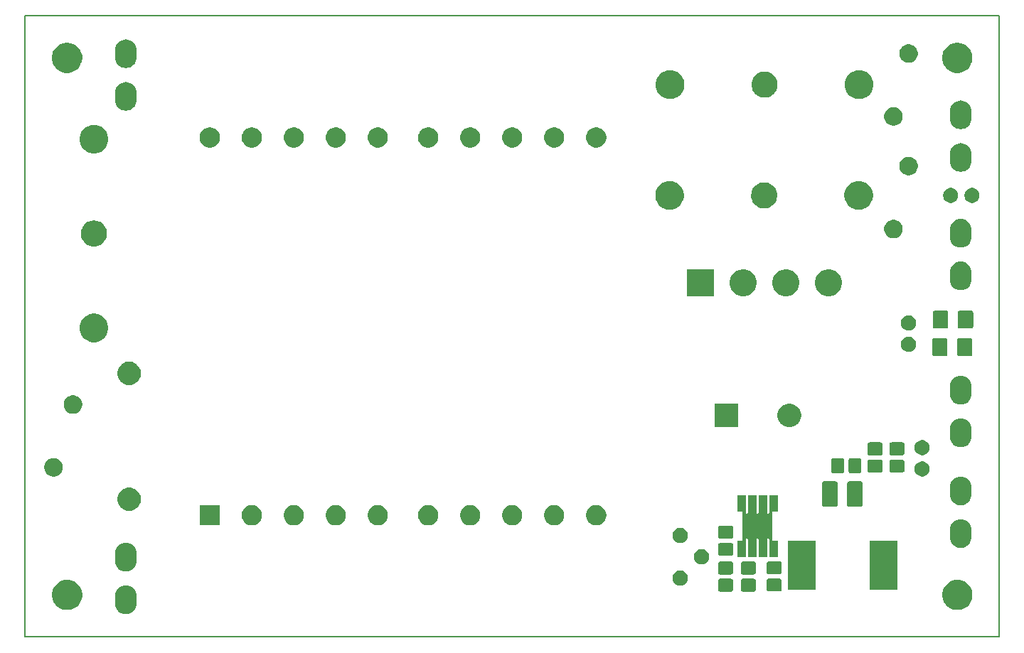
<source format=gts>
G04 #@! TF.GenerationSoftware,KiCad,Pcbnew,(5.0.1-3-g963ef8bb5)*
G04 #@! TF.CreationDate,2018-12-29T16:31:47+01:00*
G04 #@! TF.ProjectId,c64-psu,6336342D7073752E6B696361645F7063,rev?*
G04 #@! TF.SameCoordinates,Original*
G04 #@! TF.FileFunction,Soldermask,Top*
G04 #@! TF.FilePolarity,Negative*
%FSLAX46Y46*%
G04 Gerber Fmt 4.6, Leading zero omitted, Abs format (unit mm)*
G04 Created by KiCad (PCBNEW (5.0.1-3-g963ef8bb5)) date Saturday, 29 December 2018 at 16:31:47*
%MOMM*%
%LPD*%
G01*
G04 APERTURE LIST*
%ADD10C,0.150000*%
%ADD11C,0.100000*%
G04 APERTURE END LIST*
D10*
X89000000Y-136000000D02*
X89000000Y-62000000D01*
X205000000Y-136000000D02*
X89000000Y-136000000D01*
X205000000Y-62000000D02*
X205000000Y-136000000D01*
X89000000Y-62000000D02*
X205000000Y-62000000D01*
D11*
G36*
X101254844Y-129898810D02*
X101499895Y-129973145D01*
X101725735Y-130093860D01*
X101923687Y-130256313D01*
X102086140Y-130454264D01*
X102206855Y-130680104D01*
X102281190Y-130925155D01*
X102300000Y-131116136D01*
X102300000Y-132043863D01*
X102281190Y-132234845D01*
X102206855Y-132479896D01*
X102086140Y-132705736D01*
X101923687Y-132903687D01*
X101725736Y-133066140D01*
X101499896Y-133186855D01*
X101254845Y-133261190D01*
X101000000Y-133286290D01*
X100745156Y-133261190D01*
X100500105Y-133186855D01*
X100274265Y-133066140D01*
X100076314Y-132903687D01*
X99913860Y-132705736D01*
X99793145Y-132479896D01*
X99718810Y-132234845D01*
X99700000Y-132043864D01*
X99700000Y-131116137D01*
X99718810Y-130925156D01*
X99793145Y-130680105D01*
X99913860Y-130454265D01*
X100076313Y-130256313D01*
X100274264Y-130093860D01*
X100500104Y-129973145D01*
X100745155Y-129898810D01*
X101000000Y-129873710D01*
X101254844Y-129898810D01*
X101254844Y-129898810D01*
G37*
G36*
X200376473Y-129239621D02*
X200525041Y-129269173D01*
X200852620Y-129404861D01*
X200863238Y-129411956D01*
X201147436Y-129601851D01*
X201398149Y-129852564D01*
X201398151Y-129852567D01*
X201595139Y-130147380D01*
X201730827Y-130474959D01*
X201745072Y-130546574D01*
X201800000Y-130822714D01*
X201800000Y-131177286D01*
X201730827Y-131525040D01*
X201595140Y-131852618D01*
X201398149Y-132147436D01*
X201147436Y-132398149D01*
X201147433Y-132398151D01*
X200852620Y-132595139D01*
X200525041Y-132730827D01*
X200409122Y-132753885D01*
X200177286Y-132800000D01*
X199822714Y-132800000D01*
X199590878Y-132753885D01*
X199474959Y-132730827D01*
X199147380Y-132595139D01*
X198852567Y-132398151D01*
X198852564Y-132398149D01*
X198601851Y-132147436D01*
X198404860Y-131852618D01*
X198269173Y-131525040D01*
X198200000Y-131177286D01*
X198200000Y-130822714D01*
X198254928Y-130546574D01*
X198269173Y-130474959D01*
X198404861Y-130147380D01*
X198601849Y-129852567D01*
X198601851Y-129852564D01*
X198852564Y-129601851D01*
X199136762Y-129411956D01*
X199147380Y-129404861D01*
X199474959Y-129269173D01*
X199623527Y-129239621D01*
X199822714Y-129200000D01*
X200177286Y-129200000D01*
X200376473Y-129239621D01*
X200376473Y-129239621D01*
G37*
G36*
X94376473Y-129239621D02*
X94525041Y-129269173D01*
X94852620Y-129404861D01*
X94863238Y-129411956D01*
X95147436Y-129601851D01*
X95398149Y-129852564D01*
X95398151Y-129852567D01*
X95595139Y-130147380D01*
X95730827Y-130474959D01*
X95745072Y-130546574D01*
X95800000Y-130822714D01*
X95800000Y-131177286D01*
X95730827Y-131525040D01*
X95595140Y-131852618D01*
X95398149Y-132147436D01*
X95147436Y-132398149D01*
X95147433Y-132398151D01*
X94852620Y-132595139D01*
X94525041Y-132730827D01*
X94409122Y-132753885D01*
X94177286Y-132800000D01*
X93822714Y-132800000D01*
X93590878Y-132753885D01*
X93474959Y-132730827D01*
X93147380Y-132595139D01*
X92852567Y-132398151D01*
X92852564Y-132398149D01*
X92601851Y-132147436D01*
X92404860Y-131852618D01*
X92269173Y-131525040D01*
X92200000Y-131177286D01*
X92200000Y-130822714D01*
X92254928Y-130546574D01*
X92269173Y-130474959D01*
X92404861Y-130147380D01*
X92601849Y-129852567D01*
X92601851Y-129852564D01*
X92852564Y-129601851D01*
X93136762Y-129411956D01*
X93147380Y-129404861D01*
X93474959Y-129269173D01*
X93623527Y-129239621D01*
X93822714Y-129200000D01*
X94177286Y-129200000D01*
X94376473Y-129239621D01*
X94376473Y-129239621D01*
G37*
G36*
X175806747Y-129080710D02*
X175856596Y-129095831D01*
X175902528Y-129120382D01*
X175942791Y-129153426D01*
X175975835Y-129193689D01*
X176000386Y-129239621D01*
X176015507Y-129289470D01*
X176021217Y-129347444D01*
X176021217Y-130352556D01*
X176015507Y-130410530D01*
X176000386Y-130460379D01*
X175975835Y-130506311D01*
X175942791Y-130546574D01*
X175902528Y-130579618D01*
X175856596Y-130604169D01*
X175806747Y-130619290D01*
X175748773Y-130625000D01*
X174493661Y-130625000D01*
X174435687Y-130619290D01*
X174385838Y-130604169D01*
X174339906Y-130579618D01*
X174299643Y-130546574D01*
X174266599Y-130506311D01*
X174242048Y-130460379D01*
X174226927Y-130410530D01*
X174221217Y-130352556D01*
X174221217Y-129347444D01*
X174226927Y-129289470D01*
X174242048Y-129239621D01*
X174266599Y-129193689D01*
X174299643Y-129153426D01*
X174339906Y-129120382D01*
X174385838Y-129095831D01*
X174435687Y-129080710D01*
X174493661Y-129075000D01*
X175748773Y-129075000D01*
X175806747Y-129080710D01*
X175806747Y-129080710D01*
G37*
G36*
X173085530Y-129080710D02*
X173135379Y-129095831D01*
X173181311Y-129120382D01*
X173221574Y-129153426D01*
X173254618Y-129193689D01*
X173279169Y-129239621D01*
X173294290Y-129289470D01*
X173300000Y-129347444D01*
X173300000Y-130352556D01*
X173294290Y-130410530D01*
X173279169Y-130460379D01*
X173254618Y-130506311D01*
X173221574Y-130546574D01*
X173181311Y-130579618D01*
X173135379Y-130604169D01*
X173085530Y-130619290D01*
X173027556Y-130625000D01*
X171772444Y-130625000D01*
X171714470Y-130619290D01*
X171664621Y-130604169D01*
X171618689Y-130579618D01*
X171578426Y-130546574D01*
X171545382Y-130506311D01*
X171520831Y-130460379D01*
X171505710Y-130410530D01*
X171500000Y-130352556D01*
X171500000Y-129347444D01*
X171505710Y-129289470D01*
X171520831Y-129239621D01*
X171545382Y-129193689D01*
X171578426Y-129153426D01*
X171618689Y-129120382D01*
X171664621Y-129095831D01*
X171714470Y-129080710D01*
X171772444Y-129075000D01*
X173027556Y-129075000D01*
X173085530Y-129080710D01*
X173085530Y-129080710D01*
G37*
G36*
X178885530Y-129055710D02*
X178935379Y-129070831D01*
X178981311Y-129095382D01*
X179021574Y-129128426D01*
X179054618Y-129168689D01*
X179079169Y-129214621D01*
X179094290Y-129264470D01*
X179100000Y-129322444D01*
X179100000Y-130327556D01*
X179094290Y-130385530D01*
X179079169Y-130435379D01*
X179054618Y-130481311D01*
X179021574Y-130521574D01*
X178981311Y-130554618D01*
X178935379Y-130579169D01*
X178885530Y-130594290D01*
X178827556Y-130600000D01*
X177572444Y-130600000D01*
X177514470Y-130594290D01*
X177464621Y-130579169D01*
X177418689Y-130554618D01*
X177378426Y-130521574D01*
X177345382Y-130481311D01*
X177320831Y-130435379D01*
X177305710Y-130385530D01*
X177300000Y-130327556D01*
X177300000Y-129322444D01*
X177305710Y-129264470D01*
X177320831Y-129214621D01*
X177345382Y-129168689D01*
X177378426Y-129128426D01*
X177418689Y-129095382D01*
X177464621Y-129070831D01*
X177514470Y-129055710D01*
X177572444Y-129050000D01*
X178827556Y-129050000D01*
X178885530Y-129055710D01*
X178885530Y-129055710D01*
G37*
G36*
X192871217Y-130385114D02*
X189571217Y-130385114D01*
X189571217Y-124585114D01*
X192871217Y-124585114D01*
X192871217Y-130385114D01*
X192871217Y-130385114D01*
G37*
G36*
X183171217Y-130385114D02*
X179871217Y-130385114D01*
X179871217Y-124585114D01*
X183171217Y-124585114D01*
X183171217Y-130385114D01*
X183171217Y-130385114D01*
G37*
G36*
X167268353Y-128115355D02*
X167435784Y-128184707D01*
X167586466Y-128285390D01*
X167714610Y-128413534D01*
X167815293Y-128564216D01*
X167884645Y-128731647D01*
X167920000Y-128909387D01*
X167920000Y-129090613D01*
X167884645Y-129268353D01*
X167815293Y-129435784D01*
X167714610Y-129586466D01*
X167586466Y-129714610D01*
X167435784Y-129815293D01*
X167268353Y-129884645D01*
X167090613Y-129920000D01*
X166909387Y-129920000D01*
X166731647Y-129884645D01*
X166564216Y-129815293D01*
X166413534Y-129714610D01*
X166285390Y-129586466D01*
X166184707Y-129435784D01*
X166115355Y-129268353D01*
X166080000Y-129090613D01*
X166080000Y-128909387D01*
X166115355Y-128731647D01*
X166184707Y-128564216D01*
X166285390Y-128413534D01*
X166413534Y-128285390D01*
X166564216Y-128184707D01*
X166731647Y-128115355D01*
X166909387Y-128080000D01*
X167090613Y-128080000D01*
X167268353Y-128115355D01*
X167268353Y-128115355D01*
G37*
G36*
X175806747Y-127030710D02*
X175856596Y-127045831D01*
X175902528Y-127070382D01*
X175942791Y-127103426D01*
X175975835Y-127143689D01*
X176000386Y-127189621D01*
X176015507Y-127239470D01*
X176021217Y-127297444D01*
X176021217Y-128302556D01*
X176015507Y-128360530D01*
X176000386Y-128410379D01*
X175975835Y-128456311D01*
X175942791Y-128496574D01*
X175902528Y-128529618D01*
X175856596Y-128554169D01*
X175806747Y-128569290D01*
X175748773Y-128575000D01*
X174493661Y-128575000D01*
X174435687Y-128569290D01*
X174385838Y-128554169D01*
X174339906Y-128529618D01*
X174299643Y-128496574D01*
X174266599Y-128456311D01*
X174242048Y-128410379D01*
X174226927Y-128360530D01*
X174221217Y-128302556D01*
X174221217Y-127297444D01*
X174226927Y-127239470D01*
X174242048Y-127189621D01*
X174266599Y-127143689D01*
X174299643Y-127103426D01*
X174339906Y-127070382D01*
X174385838Y-127045831D01*
X174435687Y-127030710D01*
X174493661Y-127025000D01*
X175748773Y-127025000D01*
X175806747Y-127030710D01*
X175806747Y-127030710D01*
G37*
G36*
X173085530Y-127030710D02*
X173135379Y-127045831D01*
X173181311Y-127070382D01*
X173221574Y-127103426D01*
X173254618Y-127143689D01*
X173279169Y-127189621D01*
X173294290Y-127239470D01*
X173300000Y-127297444D01*
X173300000Y-128302556D01*
X173294290Y-128360530D01*
X173279169Y-128410379D01*
X173254618Y-128456311D01*
X173221574Y-128496574D01*
X173181311Y-128529618D01*
X173135379Y-128554169D01*
X173085530Y-128569290D01*
X173027556Y-128575000D01*
X171772444Y-128575000D01*
X171714470Y-128569290D01*
X171664621Y-128554169D01*
X171618689Y-128529618D01*
X171578426Y-128496574D01*
X171545382Y-128456311D01*
X171520831Y-128410379D01*
X171505710Y-128360530D01*
X171500000Y-128302556D01*
X171500000Y-127297444D01*
X171505710Y-127239470D01*
X171520831Y-127189621D01*
X171545382Y-127143689D01*
X171578426Y-127103426D01*
X171618689Y-127070382D01*
X171664621Y-127045831D01*
X171714470Y-127030710D01*
X171772444Y-127025000D01*
X173027556Y-127025000D01*
X173085530Y-127030710D01*
X173085530Y-127030710D01*
G37*
G36*
X178885530Y-127005710D02*
X178935379Y-127020831D01*
X178981311Y-127045382D01*
X179021574Y-127078426D01*
X179054618Y-127118689D01*
X179079169Y-127164621D01*
X179094290Y-127214470D01*
X179100000Y-127272444D01*
X179100000Y-128277556D01*
X179094290Y-128335530D01*
X179079169Y-128385379D01*
X179054618Y-128431311D01*
X179021574Y-128471574D01*
X178981311Y-128504618D01*
X178935379Y-128529169D01*
X178885530Y-128544290D01*
X178827556Y-128550000D01*
X177572444Y-128550000D01*
X177514470Y-128544290D01*
X177464621Y-128529169D01*
X177418689Y-128504618D01*
X177378426Y-128471574D01*
X177345382Y-128431311D01*
X177320831Y-128385379D01*
X177305710Y-128335530D01*
X177300000Y-128277556D01*
X177300000Y-127272444D01*
X177305710Y-127214470D01*
X177320831Y-127164621D01*
X177345382Y-127118689D01*
X177378426Y-127078426D01*
X177418689Y-127045382D01*
X177464621Y-127020831D01*
X177514470Y-127005710D01*
X177572444Y-127000000D01*
X178827556Y-127000000D01*
X178885530Y-127005710D01*
X178885530Y-127005710D01*
G37*
G36*
X101254844Y-124818810D02*
X101499895Y-124893145D01*
X101725735Y-125013860D01*
X101923687Y-125176313D01*
X102086140Y-125374264D01*
X102206855Y-125600104D01*
X102281190Y-125845155D01*
X102300000Y-126036136D01*
X102300000Y-126963863D01*
X102281190Y-127154845D01*
X102206855Y-127399896D01*
X102086140Y-127625736D01*
X101923687Y-127823687D01*
X101725736Y-127986140D01*
X101499896Y-128106855D01*
X101254845Y-128181190D01*
X101000000Y-128206290D01*
X100745156Y-128181190D01*
X100500105Y-128106855D01*
X100274265Y-127986140D01*
X100076314Y-127823687D01*
X99913860Y-127625736D01*
X99793145Y-127399896D01*
X99718810Y-127154845D01*
X99700000Y-126963864D01*
X99700000Y-126036137D01*
X99718810Y-125845156D01*
X99793145Y-125600105D01*
X99913860Y-125374265D01*
X100076313Y-125176313D01*
X100274264Y-125013860D01*
X100500104Y-124893145D01*
X100745155Y-124818810D01*
X101000000Y-124793710D01*
X101254844Y-124818810D01*
X101254844Y-124818810D01*
G37*
G36*
X169808353Y-125575355D02*
X169975784Y-125644707D01*
X170126466Y-125745390D01*
X170254610Y-125873534D01*
X170355293Y-126024216D01*
X170424645Y-126191647D01*
X170460000Y-126369387D01*
X170460000Y-126550613D01*
X170424645Y-126728353D01*
X170355293Y-126895784D01*
X170254610Y-127046466D01*
X170126466Y-127174610D01*
X169975784Y-127275293D01*
X169808353Y-127344645D01*
X169630613Y-127380000D01*
X169449387Y-127380000D01*
X169271647Y-127344645D01*
X169104216Y-127275293D01*
X168953534Y-127174610D01*
X168825390Y-127046466D01*
X168724707Y-126895784D01*
X168655355Y-126728353D01*
X168620000Y-126550613D01*
X168620000Y-126369387D01*
X168655355Y-126191647D01*
X168724707Y-126024216D01*
X168825390Y-125873534D01*
X168953534Y-125745390D01*
X169104216Y-125644707D01*
X169271647Y-125575355D01*
X169449387Y-125540000D01*
X169630613Y-125540000D01*
X169808353Y-125575355D01*
X169808353Y-125575355D01*
G37*
G36*
X174795000Y-121175000D02*
X174797402Y-121199386D01*
X174804515Y-121222835D01*
X174816066Y-121244446D01*
X174831612Y-121263388D01*
X174850554Y-121278934D01*
X174872165Y-121290485D01*
X174895614Y-121297598D01*
X174920000Y-121300000D01*
X174940000Y-121300000D01*
X174964386Y-121297598D01*
X174987835Y-121290485D01*
X175009446Y-121278934D01*
X175028388Y-121263388D01*
X175043934Y-121244446D01*
X175055485Y-121222835D01*
X175062598Y-121199386D01*
X175065000Y-121175000D01*
X175065000Y-119125000D01*
X176065000Y-119125000D01*
X176065000Y-121175000D01*
X176067402Y-121199386D01*
X176074515Y-121222835D01*
X176086066Y-121244446D01*
X176101612Y-121263388D01*
X176120554Y-121278934D01*
X176142165Y-121290485D01*
X176165614Y-121297598D01*
X176190000Y-121300000D01*
X176210000Y-121300000D01*
X176234386Y-121297598D01*
X176257835Y-121290485D01*
X176279446Y-121278934D01*
X176298388Y-121263388D01*
X176313934Y-121244446D01*
X176325485Y-121222835D01*
X176332598Y-121199386D01*
X176335000Y-121175000D01*
X176335000Y-119125000D01*
X177335000Y-119125000D01*
X177335000Y-121175000D01*
X177337402Y-121199386D01*
X177344515Y-121222835D01*
X177356066Y-121244446D01*
X177371612Y-121263388D01*
X177390554Y-121278934D01*
X177412165Y-121290485D01*
X177435614Y-121297598D01*
X177460000Y-121300000D01*
X177480000Y-121300000D01*
X177504386Y-121297598D01*
X177527835Y-121290485D01*
X177549446Y-121278934D01*
X177568388Y-121263388D01*
X177583934Y-121244446D01*
X177595485Y-121222835D01*
X177602598Y-121199386D01*
X177605000Y-121175000D01*
X177605000Y-119125000D01*
X178605000Y-119125000D01*
X178605000Y-121075000D01*
X178075000Y-121075000D01*
X178050614Y-121077402D01*
X178027165Y-121084515D01*
X178005554Y-121096066D01*
X177986612Y-121111612D01*
X177971066Y-121130554D01*
X177959515Y-121152165D01*
X177952402Y-121175614D01*
X177950000Y-121200000D01*
X177950000Y-124400000D01*
X177952402Y-124424386D01*
X177959515Y-124447835D01*
X177971066Y-124469446D01*
X177986612Y-124488388D01*
X178005554Y-124503934D01*
X178027165Y-124515485D01*
X178050614Y-124522598D01*
X178075000Y-124525000D01*
X178605000Y-124525000D01*
X178605000Y-126475000D01*
X177605000Y-126475000D01*
X177605000Y-124425000D01*
X177602598Y-124400614D01*
X177595485Y-124377165D01*
X177583934Y-124355554D01*
X177568388Y-124336612D01*
X177549446Y-124321066D01*
X177527835Y-124309515D01*
X177504386Y-124302402D01*
X177480000Y-124300000D01*
X177460000Y-124300000D01*
X177435614Y-124302402D01*
X177412165Y-124309515D01*
X177390554Y-124321066D01*
X177371612Y-124336612D01*
X177356066Y-124355554D01*
X177344515Y-124377165D01*
X177337402Y-124400614D01*
X177335000Y-124425000D01*
X177335000Y-126475000D01*
X176335000Y-126475000D01*
X176335000Y-124425000D01*
X176332598Y-124400614D01*
X176325485Y-124377165D01*
X176313934Y-124355554D01*
X176298388Y-124336612D01*
X176279446Y-124321066D01*
X176257835Y-124309515D01*
X176234386Y-124302402D01*
X176210000Y-124300000D01*
X176190000Y-124300000D01*
X176165614Y-124302402D01*
X176142165Y-124309515D01*
X176120554Y-124321066D01*
X176101612Y-124336612D01*
X176086066Y-124355554D01*
X176074515Y-124377165D01*
X176067402Y-124400614D01*
X176065000Y-124425000D01*
X176065000Y-126475000D01*
X175065000Y-126475000D01*
X175065000Y-124425000D01*
X175062598Y-124400614D01*
X175055485Y-124377165D01*
X175043934Y-124355554D01*
X175028388Y-124336612D01*
X175009446Y-124321066D01*
X174987835Y-124309515D01*
X174964386Y-124302402D01*
X174940000Y-124300000D01*
X174920000Y-124300000D01*
X174895614Y-124302402D01*
X174872165Y-124309515D01*
X174850554Y-124321066D01*
X174831612Y-124336612D01*
X174816066Y-124355554D01*
X174804515Y-124377165D01*
X174797402Y-124400614D01*
X174795000Y-124425000D01*
X174795000Y-126475000D01*
X173795000Y-126475000D01*
X173795000Y-124525000D01*
X174325000Y-124525000D01*
X174349386Y-124522598D01*
X174372835Y-124515485D01*
X174394446Y-124503934D01*
X174413388Y-124488388D01*
X174428934Y-124469446D01*
X174440485Y-124447835D01*
X174447598Y-124424386D01*
X174450000Y-124400000D01*
X174450000Y-121200000D01*
X174447598Y-121175614D01*
X174440485Y-121152165D01*
X174428934Y-121130554D01*
X174413388Y-121111612D01*
X174394446Y-121096066D01*
X174372835Y-121084515D01*
X174349386Y-121077402D01*
X174325000Y-121075000D01*
X173795000Y-121075000D01*
X173795000Y-119125000D01*
X174795000Y-119125000D01*
X174795000Y-121175000D01*
X174795000Y-121175000D01*
G37*
G36*
X173106747Y-124815824D02*
X173156596Y-124830945D01*
X173202528Y-124855496D01*
X173242791Y-124888540D01*
X173275835Y-124928803D01*
X173300386Y-124974735D01*
X173315507Y-125024584D01*
X173321217Y-125082558D01*
X173321217Y-126087670D01*
X173315507Y-126145644D01*
X173300386Y-126195493D01*
X173275835Y-126241425D01*
X173242791Y-126281688D01*
X173202528Y-126314732D01*
X173156596Y-126339283D01*
X173106747Y-126354404D01*
X173048773Y-126360114D01*
X171793661Y-126360114D01*
X171735687Y-126354404D01*
X171685838Y-126339283D01*
X171639906Y-126314732D01*
X171599643Y-126281688D01*
X171566599Y-126241425D01*
X171542048Y-126195493D01*
X171526927Y-126145644D01*
X171521217Y-126087670D01*
X171521217Y-125082558D01*
X171526927Y-125024584D01*
X171542048Y-124974735D01*
X171566599Y-124928803D01*
X171599643Y-124888540D01*
X171639906Y-124855496D01*
X171685838Y-124830945D01*
X171735687Y-124815824D01*
X171793661Y-124810114D01*
X173048773Y-124810114D01*
X173106747Y-124815824D01*
X173106747Y-124815824D01*
G37*
G36*
X200654844Y-121998810D02*
X200899895Y-122073145D01*
X201125735Y-122193860D01*
X201323687Y-122356313D01*
X201486140Y-122554264D01*
X201606855Y-122780104D01*
X201681190Y-123025155D01*
X201700000Y-123216136D01*
X201700000Y-124143863D01*
X201681190Y-124334845D01*
X201606855Y-124579896D01*
X201486140Y-124805736D01*
X201323687Y-125003687D01*
X201125736Y-125166140D01*
X200899896Y-125286855D01*
X200654845Y-125361190D01*
X200400000Y-125386290D01*
X200145156Y-125361190D01*
X199900105Y-125286855D01*
X199674265Y-125166140D01*
X199476314Y-125003687D01*
X199313860Y-124805736D01*
X199193145Y-124579896D01*
X199118810Y-124334845D01*
X199100000Y-124143864D01*
X199100000Y-123216137D01*
X199118810Y-123025156D01*
X199193145Y-122780105D01*
X199313860Y-122554265D01*
X199476313Y-122356313D01*
X199674264Y-122193860D01*
X199900104Y-122073145D01*
X200145155Y-121998810D01*
X200400000Y-121973710D01*
X200654844Y-121998810D01*
X200654844Y-121998810D01*
G37*
G36*
X167268353Y-123035355D02*
X167435784Y-123104707D01*
X167586466Y-123205390D01*
X167714610Y-123333534D01*
X167815293Y-123484216D01*
X167884645Y-123651647D01*
X167920000Y-123829387D01*
X167920000Y-124010613D01*
X167884645Y-124188353D01*
X167815293Y-124355784D01*
X167714610Y-124506466D01*
X167586466Y-124634610D01*
X167435784Y-124735293D01*
X167268353Y-124804645D01*
X167090613Y-124840000D01*
X166909387Y-124840000D01*
X166731647Y-124804645D01*
X166564216Y-124735293D01*
X166413534Y-124634610D01*
X166285390Y-124506466D01*
X166184707Y-124355784D01*
X166115355Y-124188353D01*
X166080000Y-124010613D01*
X166080000Y-123829387D01*
X166115355Y-123651647D01*
X166184707Y-123484216D01*
X166285390Y-123333534D01*
X166413534Y-123205390D01*
X166564216Y-123104707D01*
X166731647Y-123035355D01*
X166909387Y-123000000D01*
X167090613Y-123000000D01*
X167268353Y-123035355D01*
X167268353Y-123035355D01*
G37*
G36*
X173106747Y-122765824D02*
X173156596Y-122780945D01*
X173202528Y-122805496D01*
X173242791Y-122838540D01*
X173275835Y-122878803D01*
X173300386Y-122924735D01*
X173315507Y-122974584D01*
X173321217Y-123032558D01*
X173321217Y-124037670D01*
X173315507Y-124095644D01*
X173300386Y-124145493D01*
X173275835Y-124191425D01*
X173242791Y-124231688D01*
X173202528Y-124264732D01*
X173156596Y-124289283D01*
X173106747Y-124304404D01*
X173048773Y-124310114D01*
X171793661Y-124310114D01*
X171735687Y-124304404D01*
X171685838Y-124289283D01*
X171639906Y-124264732D01*
X171599643Y-124231688D01*
X171566599Y-124191425D01*
X171542048Y-124145493D01*
X171526927Y-124095644D01*
X171521217Y-124037670D01*
X171521217Y-123032558D01*
X171526927Y-122974584D01*
X171542048Y-122924735D01*
X171566599Y-122878803D01*
X171599643Y-122838540D01*
X171639906Y-122805496D01*
X171685838Y-122780945D01*
X171735687Y-122765824D01*
X171793661Y-122760114D01*
X173048773Y-122760114D01*
X173106747Y-122765824D01*
X173106747Y-122765824D01*
G37*
G36*
X131350026Y-120346115D02*
X131568412Y-120436573D01*
X131764958Y-120567901D01*
X131932099Y-120735042D01*
X132063427Y-120931588D01*
X132153885Y-121149974D01*
X132200000Y-121381809D01*
X132200000Y-121618191D01*
X132153885Y-121850026D01*
X132063427Y-122068412D01*
X131932099Y-122264958D01*
X131764958Y-122432099D01*
X131568412Y-122563427D01*
X131350026Y-122653885D01*
X131118191Y-122700000D01*
X130881809Y-122700000D01*
X130649974Y-122653885D01*
X130431588Y-122563427D01*
X130235042Y-122432099D01*
X130067901Y-122264958D01*
X129936573Y-122068412D01*
X129846115Y-121850026D01*
X129800000Y-121618191D01*
X129800000Y-121381809D01*
X129846115Y-121149974D01*
X129936573Y-120931588D01*
X130067901Y-120735042D01*
X130235042Y-120567901D01*
X130431588Y-120436573D01*
X130649974Y-120346115D01*
X130881809Y-120300000D01*
X131118191Y-120300000D01*
X131350026Y-120346115D01*
X131350026Y-120346115D01*
G37*
G36*
X137350026Y-120346115D02*
X137568412Y-120436573D01*
X137764958Y-120567901D01*
X137932099Y-120735042D01*
X138063427Y-120931588D01*
X138153885Y-121149974D01*
X138200000Y-121381809D01*
X138200000Y-121618191D01*
X138153885Y-121850026D01*
X138063427Y-122068412D01*
X137932099Y-122264958D01*
X137764958Y-122432099D01*
X137568412Y-122563427D01*
X137350026Y-122653885D01*
X137118191Y-122700000D01*
X136881809Y-122700000D01*
X136649974Y-122653885D01*
X136431588Y-122563427D01*
X136235042Y-122432099D01*
X136067901Y-122264958D01*
X135936573Y-122068412D01*
X135846115Y-121850026D01*
X135800000Y-121618191D01*
X135800000Y-121381809D01*
X135846115Y-121149974D01*
X135936573Y-120931588D01*
X136067901Y-120735042D01*
X136235042Y-120567901D01*
X136431588Y-120436573D01*
X136649974Y-120346115D01*
X136881809Y-120300000D01*
X137118191Y-120300000D01*
X137350026Y-120346115D01*
X137350026Y-120346115D01*
G37*
G36*
X142350026Y-120346115D02*
X142568412Y-120436573D01*
X142764958Y-120567901D01*
X142932099Y-120735042D01*
X143063427Y-120931588D01*
X143153885Y-121149974D01*
X143200000Y-121381809D01*
X143200000Y-121618191D01*
X143153885Y-121850026D01*
X143063427Y-122068412D01*
X142932099Y-122264958D01*
X142764958Y-122432099D01*
X142568412Y-122563427D01*
X142350026Y-122653885D01*
X142118191Y-122700000D01*
X141881809Y-122700000D01*
X141649974Y-122653885D01*
X141431588Y-122563427D01*
X141235042Y-122432099D01*
X141067901Y-122264958D01*
X140936573Y-122068412D01*
X140846115Y-121850026D01*
X140800000Y-121618191D01*
X140800000Y-121381809D01*
X140846115Y-121149974D01*
X140936573Y-120931588D01*
X141067901Y-120735042D01*
X141235042Y-120567901D01*
X141431588Y-120436573D01*
X141649974Y-120346115D01*
X141881809Y-120300000D01*
X142118191Y-120300000D01*
X142350026Y-120346115D01*
X142350026Y-120346115D01*
G37*
G36*
X116350026Y-120346115D02*
X116568412Y-120436573D01*
X116764958Y-120567901D01*
X116932099Y-120735042D01*
X117063427Y-120931588D01*
X117153885Y-121149974D01*
X117200000Y-121381809D01*
X117200000Y-121618191D01*
X117153885Y-121850026D01*
X117063427Y-122068412D01*
X116932099Y-122264958D01*
X116764958Y-122432099D01*
X116568412Y-122563427D01*
X116350026Y-122653885D01*
X116118191Y-122700000D01*
X115881809Y-122700000D01*
X115649974Y-122653885D01*
X115431588Y-122563427D01*
X115235042Y-122432099D01*
X115067901Y-122264958D01*
X114936573Y-122068412D01*
X114846115Y-121850026D01*
X114800000Y-121618191D01*
X114800000Y-121381809D01*
X114846115Y-121149974D01*
X114936573Y-120931588D01*
X115067901Y-120735042D01*
X115235042Y-120567901D01*
X115431588Y-120436573D01*
X115649974Y-120346115D01*
X115881809Y-120300000D01*
X116118191Y-120300000D01*
X116350026Y-120346115D01*
X116350026Y-120346115D01*
G37*
G36*
X121350026Y-120346115D02*
X121568412Y-120436573D01*
X121764958Y-120567901D01*
X121932099Y-120735042D01*
X122063427Y-120931588D01*
X122153885Y-121149974D01*
X122200000Y-121381809D01*
X122200000Y-121618191D01*
X122153885Y-121850026D01*
X122063427Y-122068412D01*
X121932099Y-122264958D01*
X121764958Y-122432099D01*
X121568412Y-122563427D01*
X121350026Y-122653885D01*
X121118191Y-122700000D01*
X120881809Y-122700000D01*
X120649974Y-122653885D01*
X120431588Y-122563427D01*
X120235042Y-122432099D01*
X120067901Y-122264958D01*
X119936573Y-122068412D01*
X119846115Y-121850026D01*
X119800000Y-121618191D01*
X119800000Y-121381809D01*
X119846115Y-121149974D01*
X119936573Y-120931588D01*
X120067901Y-120735042D01*
X120235042Y-120567901D01*
X120431588Y-120436573D01*
X120649974Y-120346115D01*
X120881809Y-120300000D01*
X121118191Y-120300000D01*
X121350026Y-120346115D01*
X121350026Y-120346115D01*
G37*
G36*
X126350026Y-120346115D02*
X126568412Y-120436573D01*
X126764958Y-120567901D01*
X126932099Y-120735042D01*
X127063427Y-120931588D01*
X127153885Y-121149974D01*
X127200000Y-121381809D01*
X127200000Y-121618191D01*
X127153885Y-121850026D01*
X127063427Y-122068412D01*
X126932099Y-122264958D01*
X126764958Y-122432099D01*
X126568412Y-122563427D01*
X126350026Y-122653885D01*
X126118191Y-122700000D01*
X125881809Y-122700000D01*
X125649974Y-122653885D01*
X125431588Y-122563427D01*
X125235042Y-122432099D01*
X125067901Y-122264958D01*
X124936573Y-122068412D01*
X124846115Y-121850026D01*
X124800000Y-121618191D01*
X124800000Y-121381809D01*
X124846115Y-121149974D01*
X124936573Y-120931588D01*
X125067901Y-120735042D01*
X125235042Y-120567901D01*
X125431588Y-120436573D01*
X125649974Y-120346115D01*
X125881809Y-120300000D01*
X126118191Y-120300000D01*
X126350026Y-120346115D01*
X126350026Y-120346115D01*
G37*
G36*
X112200000Y-122700000D02*
X109800000Y-122700000D01*
X109800000Y-120300000D01*
X112200000Y-120300000D01*
X112200000Y-122700000D01*
X112200000Y-122700000D01*
G37*
G36*
X157350026Y-120346115D02*
X157568412Y-120436573D01*
X157764958Y-120567901D01*
X157932099Y-120735042D01*
X158063427Y-120931588D01*
X158153885Y-121149974D01*
X158200000Y-121381809D01*
X158200000Y-121618191D01*
X158153885Y-121850026D01*
X158063427Y-122068412D01*
X157932099Y-122264958D01*
X157764958Y-122432099D01*
X157568412Y-122563427D01*
X157350026Y-122653885D01*
X157118191Y-122700000D01*
X156881809Y-122700000D01*
X156649974Y-122653885D01*
X156431588Y-122563427D01*
X156235042Y-122432099D01*
X156067901Y-122264958D01*
X155936573Y-122068412D01*
X155846115Y-121850026D01*
X155800000Y-121618191D01*
X155800000Y-121381809D01*
X155846115Y-121149974D01*
X155936573Y-120931588D01*
X156067901Y-120735042D01*
X156235042Y-120567901D01*
X156431588Y-120436573D01*
X156649974Y-120346115D01*
X156881809Y-120300000D01*
X157118191Y-120300000D01*
X157350026Y-120346115D01*
X157350026Y-120346115D01*
G37*
G36*
X152350026Y-120346115D02*
X152568412Y-120436573D01*
X152764958Y-120567901D01*
X152932099Y-120735042D01*
X153063427Y-120931588D01*
X153153885Y-121149974D01*
X153200000Y-121381809D01*
X153200000Y-121618191D01*
X153153885Y-121850026D01*
X153063427Y-122068412D01*
X152932099Y-122264958D01*
X152764958Y-122432099D01*
X152568412Y-122563427D01*
X152350026Y-122653885D01*
X152118191Y-122700000D01*
X151881809Y-122700000D01*
X151649974Y-122653885D01*
X151431588Y-122563427D01*
X151235042Y-122432099D01*
X151067901Y-122264958D01*
X150936573Y-122068412D01*
X150846115Y-121850026D01*
X150800000Y-121618191D01*
X150800000Y-121381809D01*
X150846115Y-121149974D01*
X150936573Y-120931588D01*
X151067901Y-120735042D01*
X151235042Y-120567901D01*
X151431588Y-120436573D01*
X151649974Y-120346115D01*
X151881809Y-120300000D01*
X152118191Y-120300000D01*
X152350026Y-120346115D01*
X152350026Y-120346115D01*
G37*
G36*
X147350026Y-120346115D02*
X147568412Y-120436573D01*
X147764958Y-120567901D01*
X147932099Y-120735042D01*
X148063427Y-120931588D01*
X148153885Y-121149974D01*
X148200000Y-121381809D01*
X148200000Y-121618191D01*
X148153885Y-121850026D01*
X148063427Y-122068412D01*
X147932099Y-122264958D01*
X147764958Y-122432099D01*
X147568412Y-122563427D01*
X147350026Y-122653885D01*
X147118191Y-122700000D01*
X146881809Y-122700000D01*
X146649974Y-122653885D01*
X146431588Y-122563427D01*
X146235042Y-122432099D01*
X146067901Y-122264958D01*
X145936573Y-122068412D01*
X145846115Y-121850026D01*
X145800000Y-121618191D01*
X145800000Y-121381809D01*
X145846115Y-121149974D01*
X145936573Y-120931588D01*
X146067901Y-120735042D01*
X146235042Y-120567901D01*
X146431588Y-120436573D01*
X146649974Y-120346115D01*
X146881809Y-120300000D01*
X147118191Y-120300000D01*
X147350026Y-120346115D01*
X147350026Y-120346115D01*
G37*
G36*
X101673126Y-118226900D02*
X101808365Y-118253801D01*
X102063149Y-118359336D01*
X102289397Y-118510511D01*
X102292451Y-118512551D01*
X102487449Y-118707549D01*
X102487451Y-118707552D01*
X102640664Y-118936851D01*
X102746199Y-119191635D01*
X102800000Y-119462112D01*
X102800000Y-119737888D01*
X102746199Y-120008365D01*
X102640664Y-120263149D01*
X102492955Y-120484210D01*
X102487449Y-120492451D01*
X102292451Y-120687449D01*
X102292448Y-120687451D01*
X102063149Y-120840664D01*
X101808365Y-120946199D01*
X101673126Y-120973100D01*
X101537889Y-121000000D01*
X101262111Y-121000000D01*
X101126874Y-120973100D01*
X100991635Y-120946199D01*
X100736851Y-120840664D01*
X100507552Y-120687451D01*
X100507549Y-120687449D01*
X100312551Y-120492451D01*
X100307045Y-120484210D01*
X100159336Y-120263149D01*
X100053801Y-120008365D01*
X100000000Y-119737888D01*
X100000000Y-119462112D01*
X100053801Y-119191635D01*
X100159336Y-118936851D01*
X100312549Y-118707552D01*
X100312551Y-118707549D01*
X100507549Y-118512551D01*
X100510603Y-118510511D01*
X100736851Y-118359336D01*
X100991635Y-118253801D01*
X101126874Y-118226900D01*
X101262111Y-118200000D01*
X101537889Y-118200000D01*
X101673126Y-118226900D01*
X101673126Y-118226900D01*
G37*
G36*
X188519982Y-117480186D02*
X188564704Y-117493753D01*
X188605933Y-117515790D01*
X188642061Y-117545439D01*
X188671710Y-117581567D01*
X188693747Y-117622796D01*
X188707314Y-117667518D01*
X188712500Y-117720175D01*
X188712500Y-120279825D01*
X188707314Y-120332482D01*
X188693747Y-120377204D01*
X188671710Y-120418433D01*
X188642061Y-120454561D01*
X188605933Y-120484210D01*
X188564704Y-120506247D01*
X188519982Y-120519814D01*
X188467325Y-120525000D01*
X187132675Y-120525000D01*
X187080018Y-120519814D01*
X187035296Y-120506247D01*
X186994067Y-120484210D01*
X186957939Y-120454561D01*
X186928290Y-120418433D01*
X186906253Y-120377204D01*
X186892686Y-120332482D01*
X186887500Y-120279825D01*
X186887500Y-117720175D01*
X186892686Y-117667518D01*
X186906253Y-117622796D01*
X186928290Y-117581567D01*
X186957939Y-117545439D01*
X186994067Y-117515790D01*
X187035296Y-117493753D01*
X187080018Y-117480186D01*
X187132675Y-117475000D01*
X188467325Y-117475000D01*
X188519982Y-117480186D01*
X188519982Y-117480186D01*
G37*
G36*
X185545710Y-117480168D02*
X185590274Y-117493686D01*
X185631330Y-117515632D01*
X185667327Y-117545173D01*
X185696868Y-117581170D01*
X185718814Y-117622226D01*
X185732332Y-117666790D01*
X185737500Y-117719265D01*
X185737500Y-120280735D01*
X185732332Y-120333210D01*
X185718814Y-120377774D01*
X185696868Y-120418830D01*
X185667327Y-120454827D01*
X185631330Y-120484368D01*
X185590274Y-120506314D01*
X185545710Y-120519832D01*
X185493235Y-120525000D01*
X184156765Y-120525000D01*
X184104290Y-120519832D01*
X184059726Y-120506314D01*
X184018670Y-120484368D01*
X183982673Y-120454827D01*
X183953132Y-120418830D01*
X183931186Y-120377774D01*
X183917668Y-120333210D01*
X183912500Y-120280735D01*
X183912500Y-117719265D01*
X183917668Y-117666790D01*
X183931186Y-117622226D01*
X183953132Y-117581170D01*
X183982673Y-117545173D01*
X184018670Y-117515632D01*
X184059726Y-117493686D01*
X184104290Y-117480168D01*
X184156765Y-117475000D01*
X185493235Y-117475000D01*
X185545710Y-117480168D01*
X185545710Y-117480168D01*
G37*
G36*
X200654844Y-116918810D02*
X200899895Y-116993145D01*
X201125735Y-117113860D01*
X201323687Y-117276313D01*
X201486140Y-117474264D01*
X201606855Y-117700104D01*
X201681190Y-117945155D01*
X201700000Y-118136136D01*
X201700000Y-119063863D01*
X201681190Y-119254845D01*
X201606855Y-119499896D01*
X201486140Y-119725736D01*
X201323687Y-119923687D01*
X201125736Y-120086140D01*
X200899896Y-120206855D01*
X200654845Y-120281190D01*
X200400000Y-120306290D01*
X200145156Y-120281190D01*
X199900105Y-120206855D01*
X199674265Y-120086140D01*
X199476314Y-119923687D01*
X199313860Y-119725736D01*
X199193145Y-119499896D01*
X199118810Y-119254845D01*
X199100000Y-119063864D01*
X199100000Y-118136137D01*
X199118810Y-117945156D01*
X199193145Y-117700105D01*
X199313860Y-117474265D01*
X199476313Y-117276313D01*
X199674264Y-117113860D01*
X199900104Y-116993145D01*
X200145155Y-116918810D01*
X200400000Y-116893710D01*
X200654844Y-116918810D01*
X200654844Y-116918810D01*
G37*
G36*
X196062521Y-115134586D02*
X196226309Y-115202429D01*
X196373720Y-115300926D01*
X196499074Y-115426280D01*
X196597571Y-115573691D01*
X196665414Y-115737479D01*
X196700000Y-115911356D01*
X196700000Y-116088644D01*
X196665414Y-116262521D01*
X196597571Y-116426309D01*
X196499074Y-116573720D01*
X196373720Y-116699074D01*
X196226309Y-116797571D01*
X196062521Y-116865414D01*
X195888644Y-116900000D01*
X195711356Y-116900000D01*
X195537479Y-116865414D01*
X195373691Y-116797571D01*
X195226280Y-116699074D01*
X195100926Y-116573720D01*
X195002429Y-116426309D01*
X194934586Y-116262521D01*
X194900000Y-116088644D01*
X194900000Y-115911356D01*
X194934586Y-115737479D01*
X195002429Y-115573691D01*
X195100926Y-115426280D01*
X195226280Y-115300926D01*
X195373691Y-115202429D01*
X195537479Y-115134586D01*
X195711356Y-115100000D01*
X195888644Y-115100000D01*
X196062521Y-115134586D01*
X196062521Y-115134586D01*
G37*
G36*
X92720857Y-114742272D02*
X92921042Y-114825191D01*
X92921045Y-114825193D01*
X93080574Y-114931787D01*
X93101213Y-114945578D01*
X93254422Y-115098787D01*
X93254424Y-115098790D01*
X93254425Y-115098791D01*
X93374807Y-115278955D01*
X93374809Y-115278958D01*
X93457728Y-115479143D01*
X93500000Y-115691658D01*
X93500000Y-115908342D01*
X93457728Y-116120857D01*
X93374809Y-116321042D01*
X93374807Y-116321045D01*
X93259039Y-116494304D01*
X93254422Y-116501213D01*
X93101213Y-116654422D01*
X92921042Y-116774809D01*
X92720857Y-116857728D01*
X92508342Y-116900000D01*
X92291658Y-116900000D01*
X92079143Y-116857728D01*
X91878958Y-116774809D01*
X91698787Y-116654422D01*
X91545578Y-116501213D01*
X91540962Y-116494304D01*
X91425193Y-116321045D01*
X91425191Y-116321042D01*
X91342272Y-116120857D01*
X91300000Y-115908342D01*
X91300000Y-115691658D01*
X91342272Y-115479143D01*
X91425191Y-115278958D01*
X91425193Y-115278955D01*
X91545575Y-115098791D01*
X91545576Y-115098790D01*
X91545578Y-115098787D01*
X91698787Y-114945578D01*
X91719427Y-114931787D01*
X91878955Y-114825193D01*
X91878958Y-114825191D01*
X92079143Y-114742272D01*
X92291658Y-114700000D01*
X92508342Y-114700000D01*
X92720857Y-114742272D01*
X92720857Y-114742272D01*
G37*
G36*
X188360530Y-114705710D02*
X188410379Y-114720831D01*
X188456311Y-114745382D01*
X188496574Y-114778426D01*
X188529618Y-114818689D01*
X188554169Y-114864621D01*
X188569290Y-114914470D01*
X188575000Y-114972444D01*
X188575000Y-116227556D01*
X188569290Y-116285530D01*
X188554169Y-116335379D01*
X188529618Y-116381311D01*
X188496574Y-116421574D01*
X188456311Y-116454618D01*
X188410379Y-116479169D01*
X188360530Y-116494290D01*
X188302556Y-116500000D01*
X187297444Y-116500000D01*
X187239470Y-116494290D01*
X187189621Y-116479169D01*
X187143689Y-116454618D01*
X187103426Y-116421574D01*
X187070382Y-116381311D01*
X187045831Y-116335379D01*
X187030710Y-116285530D01*
X187025000Y-116227556D01*
X187025000Y-114972444D01*
X187030710Y-114914470D01*
X187045831Y-114864621D01*
X187070382Y-114818689D01*
X187103426Y-114778426D01*
X187143689Y-114745382D01*
X187189621Y-114720831D01*
X187239470Y-114705710D01*
X187297444Y-114700000D01*
X188302556Y-114700000D01*
X188360530Y-114705710D01*
X188360530Y-114705710D01*
G37*
G36*
X186311099Y-114705696D02*
X186360805Y-114720775D01*
X186406627Y-114745267D01*
X186446780Y-114778220D01*
X186479733Y-114818373D01*
X186504225Y-114864195D01*
X186519304Y-114913901D01*
X186525000Y-114971740D01*
X186525000Y-116228260D01*
X186519304Y-116286099D01*
X186504225Y-116335805D01*
X186479733Y-116381627D01*
X186446780Y-116421780D01*
X186406627Y-116454733D01*
X186360805Y-116479225D01*
X186311099Y-116494304D01*
X186253260Y-116500000D01*
X185246740Y-116500000D01*
X185188901Y-116494304D01*
X185139195Y-116479225D01*
X185093373Y-116454733D01*
X185053220Y-116421780D01*
X185020267Y-116381627D01*
X184995775Y-116335805D01*
X184980696Y-116286099D01*
X184975000Y-116228260D01*
X184975000Y-114971740D01*
X184980696Y-114913901D01*
X184995775Y-114864195D01*
X185020267Y-114818373D01*
X185053220Y-114778220D01*
X185093373Y-114745267D01*
X185139195Y-114720775D01*
X185188901Y-114705696D01*
X185246740Y-114700000D01*
X186253260Y-114700000D01*
X186311099Y-114705696D01*
X186311099Y-114705696D01*
G37*
G36*
X190885530Y-114880710D02*
X190935379Y-114895831D01*
X190981311Y-114920382D01*
X191021574Y-114953426D01*
X191054618Y-114993689D01*
X191079169Y-115039621D01*
X191094290Y-115089470D01*
X191100000Y-115147444D01*
X191100000Y-116152556D01*
X191094290Y-116210530D01*
X191079169Y-116260379D01*
X191054618Y-116306311D01*
X191021574Y-116346574D01*
X190981311Y-116379618D01*
X190935379Y-116404169D01*
X190885530Y-116419290D01*
X190827556Y-116425000D01*
X189572444Y-116425000D01*
X189514470Y-116419290D01*
X189464621Y-116404169D01*
X189418689Y-116379618D01*
X189378426Y-116346574D01*
X189345382Y-116306311D01*
X189320831Y-116260379D01*
X189305710Y-116210530D01*
X189300000Y-116152556D01*
X189300000Y-115147444D01*
X189305710Y-115089470D01*
X189320831Y-115039621D01*
X189345382Y-114993689D01*
X189378426Y-114953426D01*
X189418689Y-114920382D01*
X189464621Y-114895831D01*
X189514470Y-114880710D01*
X189572444Y-114875000D01*
X190827556Y-114875000D01*
X190885530Y-114880710D01*
X190885530Y-114880710D01*
G37*
G36*
X193485530Y-114880710D02*
X193535379Y-114895831D01*
X193581311Y-114920382D01*
X193621574Y-114953426D01*
X193654618Y-114993689D01*
X193679169Y-115039621D01*
X193694290Y-115089470D01*
X193700000Y-115147444D01*
X193700000Y-116152556D01*
X193694290Y-116210530D01*
X193679169Y-116260379D01*
X193654618Y-116306311D01*
X193621574Y-116346574D01*
X193581311Y-116379618D01*
X193535379Y-116404169D01*
X193485530Y-116419290D01*
X193427556Y-116425000D01*
X192172444Y-116425000D01*
X192114470Y-116419290D01*
X192064621Y-116404169D01*
X192018689Y-116379618D01*
X191978426Y-116346574D01*
X191945382Y-116306311D01*
X191920831Y-116260379D01*
X191905710Y-116210530D01*
X191900000Y-116152556D01*
X191900000Y-115147444D01*
X191905710Y-115089470D01*
X191920831Y-115039621D01*
X191945382Y-114993689D01*
X191978426Y-114953426D01*
X192018689Y-114920382D01*
X192064621Y-114895831D01*
X192114470Y-114880710D01*
X192172444Y-114875000D01*
X193427556Y-114875000D01*
X193485530Y-114880710D01*
X193485530Y-114880710D01*
G37*
G36*
X190886099Y-112830696D02*
X190935805Y-112845775D01*
X190981627Y-112870267D01*
X191021780Y-112903220D01*
X191054733Y-112943373D01*
X191079225Y-112989195D01*
X191094304Y-113038901D01*
X191100000Y-113096740D01*
X191100000Y-114103260D01*
X191094304Y-114161099D01*
X191079225Y-114210805D01*
X191054733Y-114256627D01*
X191021780Y-114296780D01*
X190981627Y-114329733D01*
X190935805Y-114354225D01*
X190886099Y-114369304D01*
X190828260Y-114375000D01*
X189571740Y-114375000D01*
X189513901Y-114369304D01*
X189464195Y-114354225D01*
X189418373Y-114329733D01*
X189378220Y-114296780D01*
X189345267Y-114256627D01*
X189320775Y-114210805D01*
X189305696Y-114161099D01*
X189300000Y-114103260D01*
X189300000Y-113096740D01*
X189305696Y-113038901D01*
X189320775Y-112989195D01*
X189345267Y-112943373D01*
X189378220Y-112903220D01*
X189418373Y-112870267D01*
X189464195Y-112845775D01*
X189513901Y-112830696D01*
X189571740Y-112825000D01*
X190828260Y-112825000D01*
X190886099Y-112830696D01*
X190886099Y-112830696D01*
G37*
G36*
X193486099Y-112830696D02*
X193535805Y-112845775D01*
X193581627Y-112870267D01*
X193621780Y-112903220D01*
X193654733Y-112943373D01*
X193679225Y-112989195D01*
X193694304Y-113038901D01*
X193700000Y-113096740D01*
X193700000Y-114103260D01*
X193694304Y-114161099D01*
X193679225Y-114210805D01*
X193654733Y-114256627D01*
X193621780Y-114296780D01*
X193581627Y-114329733D01*
X193535805Y-114354225D01*
X193486099Y-114369304D01*
X193428260Y-114375000D01*
X192171740Y-114375000D01*
X192113901Y-114369304D01*
X192064195Y-114354225D01*
X192018373Y-114329733D01*
X191978220Y-114296780D01*
X191945267Y-114256627D01*
X191920775Y-114210805D01*
X191905696Y-114161099D01*
X191900000Y-114103260D01*
X191900000Y-113096740D01*
X191905696Y-113038901D01*
X191920775Y-112989195D01*
X191945267Y-112943373D01*
X191978220Y-112903220D01*
X192018373Y-112870267D01*
X192064195Y-112845775D01*
X192113901Y-112830696D01*
X192171740Y-112825000D01*
X193428260Y-112825000D01*
X193486099Y-112830696D01*
X193486099Y-112830696D01*
G37*
G36*
X196062521Y-112594586D02*
X196226309Y-112662429D01*
X196373720Y-112760926D01*
X196499074Y-112886280D01*
X196597571Y-113033691D01*
X196665414Y-113197479D01*
X196700000Y-113371356D01*
X196700000Y-113548644D01*
X196665414Y-113722521D01*
X196597571Y-113886309D01*
X196499074Y-114033720D01*
X196373720Y-114159074D01*
X196226309Y-114257571D01*
X196062521Y-114325414D01*
X195888644Y-114360000D01*
X195711356Y-114360000D01*
X195537479Y-114325414D01*
X195373691Y-114257571D01*
X195226280Y-114159074D01*
X195100926Y-114033720D01*
X195002429Y-113886309D01*
X194934586Y-113722521D01*
X194900000Y-113548644D01*
X194900000Y-113371356D01*
X194934586Y-113197479D01*
X195002429Y-113033691D01*
X195100926Y-112886280D01*
X195226280Y-112760926D01*
X195373691Y-112662429D01*
X195537479Y-112594586D01*
X195711356Y-112560000D01*
X195888644Y-112560000D01*
X196062521Y-112594586D01*
X196062521Y-112594586D01*
G37*
G36*
X200654844Y-109998810D02*
X200899895Y-110073145D01*
X201125735Y-110193860D01*
X201323687Y-110356313D01*
X201486140Y-110554264D01*
X201606855Y-110780104D01*
X201681190Y-111025155D01*
X201700000Y-111216136D01*
X201700000Y-112143863D01*
X201681190Y-112334845D01*
X201606855Y-112579896D01*
X201486140Y-112805736D01*
X201323687Y-113003687D01*
X201125736Y-113166140D01*
X200899896Y-113286855D01*
X200654845Y-113361190D01*
X200400000Y-113386290D01*
X200145156Y-113361190D01*
X199900105Y-113286855D01*
X199674265Y-113166140D01*
X199476314Y-113003687D01*
X199313860Y-112805736D01*
X199193145Y-112579896D01*
X199118810Y-112334845D01*
X199100000Y-112143864D01*
X199100000Y-111216137D01*
X199118810Y-111025156D01*
X199193145Y-110780105D01*
X199313860Y-110554265D01*
X199476313Y-110356313D01*
X199674264Y-110193860D01*
X199900104Y-110073145D01*
X200145155Y-109998810D01*
X200400000Y-109973710D01*
X200654844Y-109998810D01*
X200654844Y-109998810D01*
G37*
G36*
X180172351Y-108206855D02*
X180408365Y-108253801D01*
X180663149Y-108359336D01*
X180889397Y-108510511D01*
X180892451Y-108512551D01*
X181087449Y-108707549D01*
X181087451Y-108707552D01*
X181240664Y-108936851D01*
X181346199Y-109191635D01*
X181400000Y-109462112D01*
X181400000Y-109737888D01*
X181346199Y-110008365D01*
X181240664Y-110263149D01*
X181178413Y-110356314D01*
X181087449Y-110492451D01*
X180892451Y-110687449D01*
X180892448Y-110687451D01*
X180663149Y-110840664D01*
X180408365Y-110946199D01*
X180273126Y-110973100D01*
X180137889Y-111000000D01*
X179862111Y-111000000D01*
X179726874Y-110973100D01*
X179591635Y-110946199D01*
X179336851Y-110840664D01*
X179107552Y-110687451D01*
X179107549Y-110687449D01*
X178912551Y-110492451D01*
X178821587Y-110356314D01*
X178759336Y-110263149D01*
X178653801Y-110008365D01*
X178600000Y-109737888D01*
X178600000Y-109462112D01*
X178653801Y-109191635D01*
X178759336Y-108936851D01*
X178912549Y-108707552D01*
X178912551Y-108707549D01*
X179107549Y-108512551D01*
X179110603Y-108510511D01*
X179336851Y-108359336D01*
X179591635Y-108253801D01*
X179827649Y-108206855D01*
X179862111Y-108200000D01*
X180137889Y-108200000D01*
X180172351Y-108206855D01*
X180172351Y-108206855D01*
G37*
G36*
X173900000Y-111000000D02*
X171100000Y-111000000D01*
X171100000Y-108200000D01*
X173900000Y-108200000D01*
X173900000Y-111000000D01*
X173900000Y-111000000D01*
G37*
G36*
X95020857Y-107242272D02*
X95221042Y-107325191D01*
X95401213Y-107445578D01*
X95554422Y-107598787D01*
X95674809Y-107778958D01*
X95757728Y-107979143D01*
X95800000Y-108191658D01*
X95800000Y-108408342D01*
X95757728Y-108620857D01*
X95674809Y-108821042D01*
X95554422Y-109001213D01*
X95401213Y-109154422D01*
X95221042Y-109274809D01*
X95020857Y-109357728D01*
X94808342Y-109400000D01*
X94591658Y-109400000D01*
X94379143Y-109357728D01*
X94178958Y-109274809D01*
X93998787Y-109154422D01*
X93845578Y-109001213D01*
X93725191Y-108821042D01*
X93642272Y-108620857D01*
X93600000Y-108408342D01*
X93600000Y-108191658D01*
X93642272Y-107979143D01*
X93725191Y-107778958D01*
X93845578Y-107598787D01*
X93998787Y-107445578D01*
X94178958Y-107325191D01*
X94379143Y-107242272D01*
X94591658Y-107200000D01*
X94808342Y-107200000D01*
X95020857Y-107242272D01*
X95020857Y-107242272D01*
G37*
G36*
X200654844Y-104918810D02*
X200899895Y-104993145D01*
X201125735Y-105113860D01*
X201323687Y-105276313D01*
X201486140Y-105474264D01*
X201606855Y-105700104D01*
X201681190Y-105945155D01*
X201700000Y-106136136D01*
X201700000Y-107063863D01*
X201681190Y-107254845D01*
X201606855Y-107499896D01*
X201486140Y-107725736D01*
X201323687Y-107923687D01*
X201125736Y-108086140D01*
X200899896Y-108206855D01*
X200654845Y-108281190D01*
X200400000Y-108306290D01*
X200145156Y-108281190D01*
X199900105Y-108206855D01*
X199674265Y-108086140D01*
X199476314Y-107923687D01*
X199313860Y-107725736D01*
X199193145Y-107499896D01*
X199118810Y-107254845D01*
X199100000Y-107063864D01*
X199100000Y-106136137D01*
X199118810Y-105945156D01*
X199193145Y-105700105D01*
X199313860Y-105474265D01*
X199476313Y-105276313D01*
X199674264Y-105113860D01*
X199900104Y-104993145D01*
X200145155Y-104918810D01*
X200400000Y-104893710D01*
X200654844Y-104918810D01*
X200654844Y-104918810D01*
G37*
G36*
X101673127Y-103226901D02*
X101808365Y-103253801D01*
X102063149Y-103359336D01*
X102289397Y-103510511D01*
X102292451Y-103512551D01*
X102487449Y-103707549D01*
X102487451Y-103707552D01*
X102640664Y-103936851D01*
X102746199Y-104191635D01*
X102800000Y-104462112D01*
X102800000Y-104737888D01*
X102746199Y-105008365D01*
X102640664Y-105263149D01*
X102489489Y-105489397D01*
X102487449Y-105492451D01*
X102292451Y-105687449D01*
X102292448Y-105687451D01*
X102063149Y-105840664D01*
X101808365Y-105946199D01*
X101673127Y-105973099D01*
X101537889Y-106000000D01*
X101262111Y-106000000D01*
X101126873Y-105973099D01*
X100991635Y-105946199D01*
X100736851Y-105840664D01*
X100507552Y-105687451D01*
X100507549Y-105687449D01*
X100312551Y-105492451D01*
X100310511Y-105489397D01*
X100159336Y-105263149D01*
X100053801Y-105008365D01*
X100000000Y-104737888D01*
X100000000Y-104462112D01*
X100053801Y-104191635D01*
X100159336Y-103936851D01*
X100312549Y-103707552D01*
X100312551Y-103707549D01*
X100507549Y-103512551D01*
X100510603Y-103510511D01*
X100736851Y-103359336D01*
X100991635Y-103253801D01*
X101126873Y-103226901D01*
X101262111Y-103200000D01*
X101537889Y-103200000D01*
X101673127Y-103226901D01*
X101673127Y-103226901D01*
G37*
G36*
X201607482Y-100417686D02*
X201652204Y-100431253D01*
X201693433Y-100453290D01*
X201729561Y-100482939D01*
X201759210Y-100519067D01*
X201781247Y-100560296D01*
X201794814Y-100605018D01*
X201800000Y-100657675D01*
X201800000Y-102317325D01*
X201794814Y-102369982D01*
X201781247Y-102414704D01*
X201759210Y-102455933D01*
X201729561Y-102492061D01*
X201693433Y-102521710D01*
X201652204Y-102543747D01*
X201607482Y-102557314D01*
X201554825Y-102562500D01*
X200220175Y-102562500D01*
X200167518Y-102557314D01*
X200122796Y-102543747D01*
X200081567Y-102521710D01*
X200045439Y-102492061D01*
X200015790Y-102455933D01*
X199993753Y-102414704D01*
X199980186Y-102369982D01*
X199975000Y-102317325D01*
X199975000Y-100657675D01*
X199980186Y-100605018D01*
X199993753Y-100560296D01*
X200015790Y-100519067D01*
X200045439Y-100482939D01*
X200081567Y-100453290D01*
X200122796Y-100431253D01*
X200167518Y-100417686D01*
X200220175Y-100412500D01*
X201554825Y-100412500D01*
X201607482Y-100417686D01*
X201607482Y-100417686D01*
G37*
G36*
X198632482Y-100417686D02*
X198677204Y-100431253D01*
X198718433Y-100453290D01*
X198754561Y-100482939D01*
X198784210Y-100519067D01*
X198806247Y-100560296D01*
X198819814Y-100605018D01*
X198825000Y-100657675D01*
X198825000Y-102317325D01*
X198819814Y-102369982D01*
X198806247Y-102414704D01*
X198784210Y-102455933D01*
X198754561Y-102492061D01*
X198718433Y-102521710D01*
X198677204Y-102543747D01*
X198632482Y-102557314D01*
X198579825Y-102562500D01*
X197245175Y-102562500D01*
X197192518Y-102557314D01*
X197147796Y-102543747D01*
X197106567Y-102521710D01*
X197070439Y-102492061D01*
X197040790Y-102455933D01*
X197018753Y-102414704D01*
X197005186Y-102369982D01*
X197000000Y-102317325D01*
X197000000Y-100657675D01*
X197005186Y-100605018D01*
X197018753Y-100560296D01*
X197040790Y-100519067D01*
X197070439Y-100482939D01*
X197106567Y-100453290D01*
X197147796Y-100431253D01*
X197192518Y-100417686D01*
X197245175Y-100412500D01*
X198579825Y-100412500D01*
X198632482Y-100417686D01*
X198632482Y-100417686D01*
G37*
G36*
X194462521Y-100274586D02*
X194626309Y-100342429D01*
X194773720Y-100440926D01*
X194899074Y-100566280D01*
X194997571Y-100713691D01*
X195065414Y-100877479D01*
X195100000Y-101051356D01*
X195100000Y-101228644D01*
X195065414Y-101402521D01*
X194997571Y-101566309D01*
X194899074Y-101713720D01*
X194773720Y-101839074D01*
X194626309Y-101937571D01*
X194462521Y-102005414D01*
X194288644Y-102040000D01*
X194111356Y-102040000D01*
X193937479Y-102005414D01*
X193773691Y-101937571D01*
X193626280Y-101839074D01*
X193500926Y-101713720D01*
X193402429Y-101566309D01*
X193334586Y-101402521D01*
X193300000Y-101228644D01*
X193300000Y-101051356D01*
X193334586Y-100877479D01*
X193402429Y-100713691D01*
X193500926Y-100566280D01*
X193626280Y-100440926D01*
X193773691Y-100342429D01*
X193937479Y-100274586D01*
X194111356Y-100240000D01*
X194288644Y-100240000D01*
X194462521Y-100274586D01*
X194462521Y-100274586D01*
G37*
G36*
X97586393Y-97543553D02*
X97695872Y-97565330D01*
X98005252Y-97693479D01*
X98283687Y-97879523D01*
X98520477Y-98116313D01*
X98706521Y-98394748D01*
X98828256Y-98688644D01*
X98834670Y-98704129D01*
X98884537Y-98954824D01*
X98900000Y-99032565D01*
X98900000Y-99367435D01*
X98834670Y-99695872D01*
X98706521Y-100005252D01*
X98520477Y-100283687D01*
X98283687Y-100520477D01*
X98005252Y-100706521D01*
X97695872Y-100834670D01*
X97586393Y-100856447D01*
X97367437Y-100900000D01*
X97032563Y-100900000D01*
X96813607Y-100856447D01*
X96704128Y-100834670D01*
X96394748Y-100706521D01*
X96116313Y-100520477D01*
X95879523Y-100283687D01*
X95693479Y-100005252D01*
X95565330Y-99695872D01*
X95500000Y-99367435D01*
X95500000Y-99032565D01*
X95515464Y-98954824D01*
X95565330Y-98704129D01*
X95571744Y-98688644D01*
X95693479Y-98394748D01*
X95879523Y-98116313D01*
X96116313Y-97879523D01*
X96394748Y-97693479D01*
X96704128Y-97565330D01*
X96813607Y-97543553D01*
X97032563Y-97500000D01*
X97367437Y-97500000D01*
X97586393Y-97543553D01*
X97586393Y-97543553D01*
G37*
G36*
X194462521Y-97734586D02*
X194626309Y-97802429D01*
X194773720Y-97900926D01*
X194899074Y-98026280D01*
X194997571Y-98173691D01*
X195065414Y-98337479D01*
X195100000Y-98511356D01*
X195100000Y-98688644D01*
X195065414Y-98862521D01*
X194997571Y-99026309D01*
X194899074Y-99173720D01*
X194773720Y-99299074D01*
X194626309Y-99397571D01*
X194462521Y-99465414D01*
X194288644Y-99500000D01*
X194111356Y-99500000D01*
X193937479Y-99465414D01*
X193773691Y-99397571D01*
X193626280Y-99299074D01*
X193500926Y-99173720D01*
X193402429Y-99026309D01*
X193334586Y-98862521D01*
X193300000Y-98688644D01*
X193300000Y-98511356D01*
X193334586Y-98337479D01*
X193402429Y-98173691D01*
X193500926Y-98026280D01*
X193626280Y-97900926D01*
X193773691Y-97802429D01*
X193937479Y-97734586D01*
X194111356Y-97700000D01*
X194288644Y-97700000D01*
X194462521Y-97734586D01*
X194462521Y-97734586D01*
G37*
G36*
X198719982Y-97130186D02*
X198764704Y-97143753D01*
X198805933Y-97165790D01*
X198842061Y-97195439D01*
X198871710Y-97231567D01*
X198893747Y-97272796D01*
X198907314Y-97317518D01*
X198912500Y-97370175D01*
X198912500Y-99029825D01*
X198907314Y-99082482D01*
X198893747Y-99127204D01*
X198871710Y-99168433D01*
X198842061Y-99204561D01*
X198805933Y-99234210D01*
X198764704Y-99256247D01*
X198719982Y-99269814D01*
X198667325Y-99275000D01*
X197332675Y-99275000D01*
X197280018Y-99269814D01*
X197235296Y-99256247D01*
X197194067Y-99234210D01*
X197157939Y-99204561D01*
X197128290Y-99168433D01*
X197106253Y-99127204D01*
X197092686Y-99082482D01*
X197087500Y-99029825D01*
X197087500Y-97370175D01*
X197092686Y-97317518D01*
X197106253Y-97272796D01*
X197128290Y-97231567D01*
X197157939Y-97195439D01*
X197194067Y-97165790D01*
X197235296Y-97143753D01*
X197280018Y-97130186D01*
X197332675Y-97125000D01*
X198667325Y-97125000D01*
X198719982Y-97130186D01*
X198719982Y-97130186D01*
G37*
G36*
X201694982Y-97130186D02*
X201739704Y-97143753D01*
X201780933Y-97165790D01*
X201817061Y-97195439D01*
X201846710Y-97231567D01*
X201868747Y-97272796D01*
X201882314Y-97317518D01*
X201887500Y-97370175D01*
X201887500Y-99029825D01*
X201882314Y-99082482D01*
X201868747Y-99127204D01*
X201846710Y-99168433D01*
X201817061Y-99204561D01*
X201780933Y-99234210D01*
X201739704Y-99256247D01*
X201694982Y-99269814D01*
X201642325Y-99275000D01*
X200307675Y-99275000D01*
X200255018Y-99269814D01*
X200210296Y-99256247D01*
X200169067Y-99234210D01*
X200132939Y-99204561D01*
X200103290Y-99168433D01*
X200081253Y-99127204D01*
X200067686Y-99082482D01*
X200062500Y-99029825D01*
X200062500Y-97370175D01*
X200067686Y-97317518D01*
X200081253Y-97272796D01*
X200103290Y-97231567D01*
X200132939Y-97195439D01*
X200169067Y-97165790D01*
X200210296Y-97143753D01*
X200255018Y-97130186D01*
X200307675Y-97125000D01*
X201642325Y-97125000D01*
X201694982Y-97130186D01*
X201694982Y-97130186D01*
G37*
G36*
X185126703Y-92261486D02*
X185417883Y-92382097D01*
X185679944Y-92557201D01*
X185902799Y-92780056D01*
X186077903Y-93042117D01*
X186198514Y-93333297D01*
X186260000Y-93642412D01*
X186260000Y-93957588D01*
X186198514Y-94266703D01*
X186077903Y-94557883D01*
X185902799Y-94819944D01*
X185679944Y-95042799D01*
X185417883Y-95217903D01*
X185126703Y-95338514D01*
X184817588Y-95400000D01*
X184502412Y-95400000D01*
X184193297Y-95338514D01*
X183902117Y-95217903D01*
X183640056Y-95042799D01*
X183417201Y-94819944D01*
X183242097Y-94557883D01*
X183121486Y-94266703D01*
X183060000Y-93957588D01*
X183060000Y-93642412D01*
X183121486Y-93333297D01*
X183242097Y-93042117D01*
X183417201Y-92780056D01*
X183640056Y-92557201D01*
X183902117Y-92382097D01*
X184193297Y-92261486D01*
X184502412Y-92200000D01*
X184817588Y-92200000D01*
X185126703Y-92261486D01*
X185126703Y-92261486D01*
G37*
G36*
X180046703Y-92261486D02*
X180337883Y-92382097D01*
X180599944Y-92557201D01*
X180822799Y-92780056D01*
X180997903Y-93042117D01*
X181118514Y-93333297D01*
X181180000Y-93642412D01*
X181180000Y-93957588D01*
X181118514Y-94266703D01*
X180997903Y-94557883D01*
X180822799Y-94819944D01*
X180599944Y-95042799D01*
X180337883Y-95217903D01*
X180046703Y-95338514D01*
X179737588Y-95400000D01*
X179422412Y-95400000D01*
X179113297Y-95338514D01*
X178822117Y-95217903D01*
X178560056Y-95042799D01*
X178337201Y-94819944D01*
X178162097Y-94557883D01*
X178041486Y-94266703D01*
X177980000Y-93957588D01*
X177980000Y-93642412D01*
X178041486Y-93333297D01*
X178162097Y-93042117D01*
X178337201Y-92780056D01*
X178560056Y-92557201D01*
X178822117Y-92382097D01*
X179113297Y-92261486D01*
X179422412Y-92200000D01*
X179737588Y-92200000D01*
X180046703Y-92261486D01*
X180046703Y-92261486D01*
G37*
G36*
X174966703Y-92261486D02*
X175257883Y-92382097D01*
X175519944Y-92557201D01*
X175742799Y-92780056D01*
X175917903Y-93042117D01*
X176038514Y-93333297D01*
X176100000Y-93642412D01*
X176100000Y-93957588D01*
X176038514Y-94266703D01*
X175917903Y-94557883D01*
X175742799Y-94819944D01*
X175519944Y-95042799D01*
X175257883Y-95217903D01*
X174966703Y-95338514D01*
X174657588Y-95400000D01*
X174342412Y-95400000D01*
X174033297Y-95338514D01*
X173742117Y-95217903D01*
X173480056Y-95042799D01*
X173257201Y-94819944D01*
X173082097Y-94557883D01*
X172961486Y-94266703D01*
X172900000Y-93957588D01*
X172900000Y-93642412D01*
X172961486Y-93333297D01*
X173082097Y-93042117D01*
X173257201Y-92780056D01*
X173480056Y-92557201D01*
X173742117Y-92382097D01*
X174033297Y-92261486D01*
X174342412Y-92200000D01*
X174657588Y-92200000D01*
X174966703Y-92261486D01*
X174966703Y-92261486D01*
G37*
G36*
X171020000Y-95400000D02*
X167820000Y-95400000D01*
X167820000Y-92200000D01*
X171020000Y-92200000D01*
X171020000Y-95400000D01*
X171020000Y-95400000D01*
G37*
G36*
X200654844Y-91318810D02*
X200899895Y-91393145D01*
X201125735Y-91513860D01*
X201323687Y-91676313D01*
X201486140Y-91874264D01*
X201606855Y-92100104D01*
X201681190Y-92345155D01*
X201700000Y-92536136D01*
X201700000Y-93463863D01*
X201681190Y-93654845D01*
X201606855Y-93899896D01*
X201486140Y-94125736D01*
X201323687Y-94323687D01*
X201125736Y-94486140D01*
X200899896Y-94606855D01*
X200654845Y-94681190D01*
X200400000Y-94706290D01*
X200145156Y-94681190D01*
X199900105Y-94606855D01*
X199674265Y-94486140D01*
X199476314Y-94323687D01*
X199313860Y-94125736D01*
X199193145Y-93899896D01*
X199118810Y-93654845D01*
X199100000Y-93463864D01*
X199100000Y-92536137D01*
X199118810Y-92345156D01*
X199193145Y-92100105D01*
X199313860Y-91874265D01*
X199476313Y-91676313D01*
X199674264Y-91513860D01*
X199900104Y-91393145D01*
X200145155Y-91318810D01*
X200400000Y-91293710D01*
X200654844Y-91318810D01*
X200654844Y-91318810D01*
G37*
G36*
X200654844Y-86238810D02*
X200899895Y-86313145D01*
X201125735Y-86433860D01*
X201323687Y-86596313D01*
X201486140Y-86794264D01*
X201606855Y-87020104D01*
X201681190Y-87265155D01*
X201700000Y-87456136D01*
X201700000Y-88383863D01*
X201681190Y-88574845D01*
X201606855Y-88819896D01*
X201486140Y-89045736D01*
X201323687Y-89243687D01*
X201125736Y-89406140D01*
X200899896Y-89526855D01*
X200654845Y-89601190D01*
X200400000Y-89626290D01*
X200145156Y-89601190D01*
X199900105Y-89526855D01*
X199674265Y-89406140D01*
X199476314Y-89243687D01*
X199313860Y-89045736D01*
X199193145Y-88819896D01*
X199118810Y-88574845D01*
X199100000Y-88383864D01*
X199100000Y-87456137D01*
X199118810Y-87265156D01*
X199193145Y-87020105D01*
X199313860Y-86794265D01*
X199476313Y-86596313D01*
X199674264Y-86433860D01*
X199900104Y-86313145D01*
X200145155Y-86238810D01*
X200400000Y-86213710D01*
X200654844Y-86238810D01*
X200654844Y-86238810D01*
G37*
G36*
X97452481Y-86419855D02*
X97652118Y-86459565D01*
X97840173Y-86537460D01*
X97934201Y-86576408D01*
X98188071Y-86746038D01*
X98403962Y-86961929D01*
X98573592Y-87215799D01*
X98594038Y-87265160D01*
X98690435Y-87497882D01*
X98750000Y-87797338D01*
X98750000Y-88102662D01*
X98690435Y-88402118D01*
X98618890Y-88574841D01*
X98573592Y-88684201D01*
X98403962Y-88938071D01*
X98188071Y-89153962D01*
X97934201Y-89323592D01*
X97840173Y-89362540D01*
X97652118Y-89440435D01*
X97452481Y-89480145D01*
X97352663Y-89500000D01*
X97047337Y-89500000D01*
X96947519Y-89480145D01*
X96747882Y-89440435D01*
X96559827Y-89362540D01*
X96465799Y-89323592D01*
X96211929Y-89153962D01*
X95996038Y-88938071D01*
X95826408Y-88684201D01*
X95781110Y-88574841D01*
X95709565Y-88402118D01*
X95650000Y-88102662D01*
X95650000Y-87797338D01*
X95709565Y-87497882D01*
X95805962Y-87265160D01*
X95826408Y-87215799D01*
X95996038Y-86961929D01*
X96211929Y-86746038D01*
X96465799Y-86576408D01*
X96559827Y-86537460D01*
X96747882Y-86459565D01*
X96947519Y-86419855D01*
X97047337Y-86400000D01*
X97352663Y-86400000D01*
X97452481Y-86419855D01*
X97452481Y-86419855D01*
G37*
G36*
X192720857Y-86342272D02*
X192921042Y-86425191D01*
X193101213Y-86545578D01*
X193254422Y-86698787D01*
X193254424Y-86698790D01*
X193254425Y-86698791D01*
X193318217Y-86794263D01*
X193374809Y-86878958D01*
X193457728Y-87079143D01*
X193500000Y-87291658D01*
X193500000Y-87508342D01*
X193457728Y-87720857D01*
X193374809Y-87921042D01*
X193254422Y-88101213D01*
X193101213Y-88254422D01*
X192921042Y-88374809D01*
X192720857Y-88457728D01*
X192508342Y-88500000D01*
X192291658Y-88500000D01*
X192079143Y-88457728D01*
X191878958Y-88374809D01*
X191698787Y-88254422D01*
X191545578Y-88101213D01*
X191425191Y-87921042D01*
X191342272Y-87720857D01*
X191300000Y-87508342D01*
X191300000Y-87291658D01*
X191342272Y-87079143D01*
X191425191Y-86878958D01*
X191481783Y-86794263D01*
X191545575Y-86698791D01*
X191545576Y-86698790D01*
X191545578Y-86698787D01*
X191698787Y-86545578D01*
X191878958Y-86425191D01*
X192079143Y-86342272D01*
X192291658Y-86300000D01*
X192508342Y-86300000D01*
X192720857Y-86342272D01*
X192720857Y-86342272D01*
G37*
G36*
X188636393Y-81743553D02*
X188745872Y-81765330D01*
X189055252Y-81893479D01*
X189333687Y-82079523D01*
X189570477Y-82316313D01*
X189756521Y-82594748D01*
X189884670Y-82904128D01*
X189898507Y-82973690D01*
X189950000Y-83232563D01*
X189950000Y-83567437D01*
X189931086Y-83662521D01*
X189884670Y-83895872D01*
X189756521Y-84205252D01*
X189570477Y-84483687D01*
X189333687Y-84720477D01*
X189055252Y-84906521D01*
X188745872Y-85034670D01*
X188636393Y-85056447D01*
X188417437Y-85100000D01*
X188082563Y-85100000D01*
X187863607Y-85056447D01*
X187754128Y-85034670D01*
X187444748Y-84906521D01*
X187166313Y-84720477D01*
X186929523Y-84483687D01*
X186743479Y-84205252D01*
X186615330Y-83895872D01*
X186568914Y-83662521D01*
X186550000Y-83567437D01*
X186550000Y-83232563D01*
X186601493Y-82973690D01*
X186615330Y-82904128D01*
X186743479Y-82594748D01*
X186929523Y-82316313D01*
X187166313Y-82079523D01*
X187444748Y-81893479D01*
X187754128Y-81765330D01*
X187863607Y-81743553D01*
X188082563Y-81700000D01*
X188417437Y-81700000D01*
X188636393Y-81743553D01*
X188636393Y-81743553D01*
G37*
G36*
X166136393Y-81743553D02*
X166245872Y-81765330D01*
X166555252Y-81893479D01*
X166833687Y-82079523D01*
X167070477Y-82316313D01*
X167256521Y-82594748D01*
X167384670Y-82904128D01*
X167398507Y-82973690D01*
X167450000Y-83232563D01*
X167450000Y-83567437D01*
X167431086Y-83662521D01*
X167384670Y-83895872D01*
X167256521Y-84205252D01*
X167070477Y-84483687D01*
X166833687Y-84720477D01*
X166555252Y-84906521D01*
X166245872Y-85034670D01*
X166136393Y-85056447D01*
X165917437Y-85100000D01*
X165582563Y-85100000D01*
X165363607Y-85056447D01*
X165254128Y-85034670D01*
X164944748Y-84906521D01*
X164666313Y-84720477D01*
X164429523Y-84483687D01*
X164243479Y-84205252D01*
X164115330Y-83895872D01*
X164068914Y-83662521D01*
X164050000Y-83567437D01*
X164050000Y-83232563D01*
X164101493Y-82973690D01*
X164115330Y-82904128D01*
X164243479Y-82594748D01*
X164429523Y-82316313D01*
X164666313Y-82079523D01*
X164944748Y-81893479D01*
X165254128Y-81765330D01*
X165363607Y-81743553D01*
X165582563Y-81700000D01*
X165917437Y-81700000D01*
X166136393Y-81743553D01*
X166136393Y-81743553D01*
G37*
G36*
X177252481Y-81869855D02*
X177452118Y-81909565D01*
X177640173Y-81987460D01*
X177734201Y-82026408D01*
X177988071Y-82196038D01*
X178203962Y-82411929D01*
X178373592Y-82665799D01*
X178373592Y-82665800D01*
X178490435Y-82947882D01*
X178528148Y-83137479D01*
X178550000Y-83247337D01*
X178550000Y-83552663D01*
X178547061Y-83567437D01*
X178490435Y-83852118D01*
X178440065Y-83973720D01*
X178373592Y-84134201D01*
X178203962Y-84388071D01*
X177988071Y-84603962D01*
X177734201Y-84773592D01*
X177640173Y-84812540D01*
X177452118Y-84890435D01*
X177252481Y-84930145D01*
X177152663Y-84950000D01*
X176847337Y-84950000D01*
X176747519Y-84930145D01*
X176547882Y-84890435D01*
X176359827Y-84812540D01*
X176265799Y-84773592D01*
X176011929Y-84603962D01*
X175796038Y-84388071D01*
X175626408Y-84134201D01*
X175559935Y-83973720D01*
X175509565Y-83852118D01*
X175452939Y-83567437D01*
X175450000Y-83552663D01*
X175450000Y-83247337D01*
X175471852Y-83137479D01*
X175509565Y-82947882D01*
X175626408Y-82665800D01*
X175626408Y-82665799D01*
X175796038Y-82411929D01*
X176011929Y-82196038D01*
X176265799Y-82026408D01*
X176359827Y-81987460D01*
X176547882Y-81909565D01*
X176747519Y-81869855D01*
X176847337Y-81850000D01*
X177152663Y-81850000D01*
X177252481Y-81869855D01*
X177252481Y-81869855D01*
G37*
G36*
X202002521Y-82534586D02*
X202166309Y-82602429D01*
X202313720Y-82700926D01*
X202439074Y-82826280D01*
X202537571Y-82973691D01*
X202605414Y-83137479D01*
X202640000Y-83311356D01*
X202640000Y-83488644D01*
X202605414Y-83662521D01*
X202537571Y-83826309D01*
X202439074Y-83973720D01*
X202313720Y-84099074D01*
X202166309Y-84197571D01*
X202002521Y-84265414D01*
X201828644Y-84300000D01*
X201651356Y-84300000D01*
X201477479Y-84265414D01*
X201313691Y-84197571D01*
X201166280Y-84099074D01*
X201040926Y-83973720D01*
X200942429Y-83826309D01*
X200874586Y-83662521D01*
X200840000Y-83488644D01*
X200840000Y-83311356D01*
X200874586Y-83137479D01*
X200942429Y-82973691D01*
X201040926Y-82826280D01*
X201166280Y-82700926D01*
X201313691Y-82602429D01*
X201477479Y-82534586D01*
X201651356Y-82500000D01*
X201828644Y-82500000D01*
X202002521Y-82534586D01*
X202002521Y-82534586D01*
G37*
G36*
X199462521Y-82534586D02*
X199626309Y-82602429D01*
X199773720Y-82700926D01*
X199899074Y-82826280D01*
X199997571Y-82973691D01*
X200065414Y-83137479D01*
X200100000Y-83311356D01*
X200100000Y-83488644D01*
X200065414Y-83662521D01*
X199997571Y-83826309D01*
X199899074Y-83973720D01*
X199773720Y-84099074D01*
X199626309Y-84197571D01*
X199462521Y-84265414D01*
X199288644Y-84300000D01*
X199111356Y-84300000D01*
X198937479Y-84265414D01*
X198773691Y-84197571D01*
X198626280Y-84099074D01*
X198500926Y-83973720D01*
X198402429Y-83826309D01*
X198334586Y-83662521D01*
X198300000Y-83488644D01*
X198300000Y-83311356D01*
X198334586Y-83137479D01*
X198402429Y-82973691D01*
X198500926Y-82826280D01*
X198626280Y-82700926D01*
X198773691Y-82602429D01*
X198937479Y-82534586D01*
X199111356Y-82500000D01*
X199288644Y-82500000D01*
X199462521Y-82534586D01*
X199462521Y-82534586D01*
G37*
G36*
X194520857Y-78842272D02*
X194721042Y-78925191D01*
X194901213Y-79045578D01*
X195054422Y-79198787D01*
X195054424Y-79198790D01*
X195054425Y-79198791D01*
X195151355Y-79343857D01*
X195174809Y-79378958D01*
X195257728Y-79579143D01*
X195300000Y-79791658D01*
X195300000Y-80008342D01*
X195257728Y-80220857D01*
X195174809Y-80421042D01*
X195174807Y-80421045D01*
X195064394Y-80586290D01*
X195054422Y-80601213D01*
X194901213Y-80754422D01*
X194721042Y-80874809D01*
X194520857Y-80957728D01*
X194308342Y-81000000D01*
X194091658Y-81000000D01*
X193879143Y-80957728D01*
X193678958Y-80874809D01*
X193498787Y-80754422D01*
X193345578Y-80601213D01*
X193335607Y-80586290D01*
X193225193Y-80421045D01*
X193225191Y-80421042D01*
X193142272Y-80220857D01*
X193100000Y-80008342D01*
X193100000Y-79791658D01*
X193142272Y-79579143D01*
X193225191Y-79378958D01*
X193248645Y-79343857D01*
X193345575Y-79198791D01*
X193345576Y-79198790D01*
X193345578Y-79198787D01*
X193498787Y-79045578D01*
X193678958Y-78925191D01*
X193879143Y-78842272D01*
X194091658Y-78800000D01*
X194308342Y-78800000D01*
X194520857Y-78842272D01*
X194520857Y-78842272D01*
G37*
G36*
X200654844Y-77198810D02*
X200899895Y-77273145D01*
X201125735Y-77393860D01*
X201323687Y-77556313D01*
X201486140Y-77754264D01*
X201606855Y-77980104D01*
X201681190Y-78225155D01*
X201700000Y-78416136D01*
X201700000Y-79343863D01*
X201681190Y-79534845D01*
X201606855Y-79779896D01*
X201486140Y-80005736D01*
X201323687Y-80203687D01*
X201125736Y-80366140D01*
X200899896Y-80486855D01*
X200654845Y-80561190D01*
X200400000Y-80586290D01*
X200145156Y-80561190D01*
X199900105Y-80486855D01*
X199674265Y-80366140D01*
X199476314Y-80203687D01*
X199313860Y-80005736D01*
X199193145Y-79779896D01*
X199118810Y-79534845D01*
X199100000Y-79343864D01*
X199100000Y-78416137D01*
X199118810Y-78225156D01*
X199193145Y-77980105D01*
X199313860Y-77754265D01*
X199476313Y-77556313D01*
X199674264Y-77393860D01*
X199900104Y-77273145D01*
X200145155Y-77198810D01*
X200400000Y-77173710D01*
X200654844Y-77198810D01*
X200654844Y-77198810D01*
G37*
G36*
X97586393Y-75043553D02*
X97695872Y-75065330D01*
X98005252Y-75193479D01*
X98283687Y-75379523D01*
X98520477Y-75616313D01*
X98706521Y-75894748D01*
X98834670Y-76204128D01*
X98900000Y-76532565D01*
X98900000Y-76867435D01*
X98834670Y-77195872D01*
X98706521Y-77505252D01*
X98520477Y-77783687D01*
X98283687Y-78020477D01*
X98005252Y-78206521D01*
X97695872Y-78334670D01*
X97586393Y-78356447D01*
X97367437Y-78400000D01*
X97032563Y-78400000D01*
X96813607Y-78356447D01*
X96704128Y-78334670D01*
X96394748Y-78206521D01*
X96116313Y-78020477D01*
X95879523Y-77783687D01*
X95693479Y-77505252D01*
X95565330Y-77195872D01*
X95500000Y-76867435D01*
X95500000Y-76532565D01*
X95565330Y-76204128D01*
X95693479Y-75894748D01*
X95879523Y-75616313D01*
X96116313Y-75379523D01*
X96394748Y-75193479D01*
X96704128Y-75065330D01*
X96813607Y-75043553D01*
X97032563Y-75000000D01*
X97367437Y-75000000D01*
X97586393Y-75043553D01*
X97586393Y-75043553D01*
G37*
G36*
X142350026Y-75346115D02*
X142568412Y-75436573D01*
X142764958Y-75567901D01*
X142932099Y-75735042D01*
X143063427Y-75931588D01*
X143153885Y-76149974D01*
X143200000Y-76381809D01*
X143200000Y-76618191D01*
X143153885Y-76850026D01*
X143063427Y-77068412D01*
X142932099Y-77264958D01*
X142764958Y-77432099D01*
X142568412Y-77563427D01*
X142350026Y-77653885D01*
X142118191Y-77700000D01*
X141881809Y-77700000D01*
X141649974Y-77653885D01*
X141431588Y-77563427D01*
X141235042Y-77432099D01*
X141067901Y-77264958D01*
X140936573Y-77068412D01*
X140846115Y-76850026D01*
X140800000Y-76618191D01*
X140800000Y-76381809D01*
X140846115Y-76149974D01*
X140936573Y-75931588D01*
X141067901Y-75735042D01*
X141235042Y-75567901D01*
X141431588Y-75436573D01*
X141649974Y-75346115D01*
X141881809Y-75300000D01*
X142118191Y-75300000D01*
X142350026Y-75346115D01*
X142350026Y-75346115D01*
G37*
G36*
X147350026Y-75346115D02*
X147568412Y-75436573D01*
X147764958Y-75567901D01*
X147932099Y-75735042D01*
X148063427Y-75931588D01*
X148153885Y-76149974D01*
X148200000Y-76381809D01*
X148200000Y-76618191D01*
X148153885Y-76850026D01*
X148063427Y-77068412D01*
X147932099Y-77264958D01*
X147764958Y-77432099D01*
X147568412Y-77563427D01*
X147350026Y-77653885D01*
X147118191Y-77700000D01*
X146881809Y-77700000D01*
X146649974Y-77653885D01*
X146431588Y-77563427D01*
X146235042Y-77432099D01*
X146067901Y-77264958D01*
X145936573Y-77068412D01*
X145846115Y-76850026D01*
X145800000Y-76618191D01*
X145800000Y-76381809D01*
X145846115Y-76149974D01*
X145936573Y-75931588D01*
X146067901Y-75735042D01*
X146235042Y-75567901D01*
X146431588Y-75436573D01*
X146649974Y-75346115D01*
X146881809Y-75300000D01*
X147118191Y-75300000D01*
X147350026Y-75346115D01*
X147350026Y-75346115D01*
G37*
G36*
X152350026Y-75346115D02*
X152568412Y-75436573D01*
X152764958Y-75567901D01*
X152932099Y-75735042D01*
X153063427Y-75931588D01*
X153153885Y-76149974D01*
X153200000Y-76381809D01*
X153200000Y-76618191D01*
X153153885Y-76850026D01*
X153063427Y-77068412D01*
X152932099Y-77264958D01*
X152764958Y-77432099D01*
X152568412Y-77563427D01*
X152350026Y-77653885D01*
X152118191Y-77700000D01*
X151881809Y-77700000D01*
X151649974Y-77653885D01*
X151431588Y-77563427D01*
X151235042Y-77432099D01*
X151067901Y-77264958D01*
X150936573Y-77068412D01*
X150846115Y-76850026D01*
X150800000Y-76618191D01*
X150800000Y-76381809D01*
X150846115Y-76149974D01*
X150936573Y-75931588D01*
X151067901Y-75735042D01*
X151235042Y-75567901D01*
X151431588Y-75436573D01*
X151649974Y-75346115D01*
X151881809Y-75300000D01*
X152118191Y-75300000D01*
X152350026Y-75346115D01*
X152350026Y-75346115D01*
G37*
G36*
X157350026Y-75346115D02*
X157568412Y-75436573D01*
X157764958Y-75567901D01*
X157932099Y-75735042D01*
X158063427Y-75931588D01*
X158153885Y-76149974D01*
X158200000Y-76381809D01*
X158200000Y-76618191D01*
X158153885Y-76850026D01*
X158063427Y-77068412D01*
X157932099Y-77264958D01*
X157764958Y-77432099D01*
X157568412Y-77563427D01*
X157350026Y-77653885D01*
X157118191Y-77700000D01*
X156881809Y-77700000D01*
X156649974Y-77653885D01*
X156431588Y-77563427D01*
X156235042Y-77432099D01*
X156067901Y-77264958D01*
X155936573Y-77068412D01*
X155846115Y-76850026D01*
X155800000Y-76618191D01*
X155800000Y-76381809D01*
X155846115Y-76149974D01*
X155936573Y-75931588D01*
X156067901Y-75735042D01*
X156235042Y-75567901D01*
X156431588Y-75436573D01*
X156649974Y-75346115D01*
X156881809Y-75300000D01*
X157118191Y-75300000D01*
X157350026Y-75346115D01*
X157350026Y-75346115D01*
G37*
G36*
X137350026Y-75346115D02*
X137568412Y-75436573D01*
X137764958Y-75567901D01*
X137932099Y-75735042D01*
X138063427Y-75931588D01*
X138153885Y-76149974D01*
X138200000Y-76381809D01*
X138200000Y-76618191D01*
X138153885Y-76850026D01*
X138063427Y-77068412D01*
X137932099Y-77264958D01*
X137764958Y-77432099D01*
X137568412Y-77563427D01*
X137350026Y-77653885D01*
X137118191Y-77700000D01*
X136881809Y-77700000D01*
X136649974Y-77653885D01*
X136431588Y-77563427D01*
X136235042Y-77432099D01*
X136067901Y-77264958D01*
X135936573Y-77068412D01*
X135846115Y-76850026D01*
X135800000Y-76618191D01*
X135800000Y-76381809D01*
X135846115Y-76149974D01*
X135936573Y-75931588D01*
X136067901Y-75735042D01*
X136235042Y-75567901D01*
X136431588Y-75436573D01*
X136649974Y-75346115D01*
X136881809Y-75300000D01*
X137118191Y-75300000D01*
X137350026Y-75346115D01*
X137350026Y-75346115D01*
G37*
G36*
X131350026Y-75346115D02*
X131568412Y-75436573D01*
X131764958Y-75567901D01*
X131932099Y-75735042D01*
X132063427Y-75931588D01*
X132153885Y-76149974D01*
X132200000Y-76381809D01*
X132200000Y-76618191D01*
X132153885Y-76850026D01*
X132063427Y-77068412D01*
X131932099Y-77264958D01*
X131764958Y-77432099D01*
X131568412Y-77563427D01*
X131350026Y-77653885D01*
X131118191Y-77700000D01*
X130881809Y-77700000D01*
X130649974Y-77653885D01*
X130431588Y-77563427D01*
X130235042Y-77432099D01*
X130067901Y-77264958D01*
X129936573Y-77068412D01*
X129846115Y-76850026D01*
X129800000Y-76618191D01*
X129800000Y-76381809D01*
X129846115Y-76149974D01*
X129936573Y-75931588D01*
X130067901Y-75735042D01*
X130235042Y-75567901D01*
X130431588Y-75436573D01*
X130649974Y-75346115D01*
X130881809Y-75300000D01*
X131118191Y-75300000D01*
X131350026Y-75346115D01*
X131350026Y-75346115D01*
G37*
G36*
X126350026Y-75346115D02*
X126568412Y-75436573D01*
X126764958Y-75567901D01*
X126932099Y-75735042D01*
X127063427Y-75931588D01*
X127153885Y-76149974D01*
X127200000Y-76381809D01*
X127200000Y-76618191D01*
X127153885Y-76850026D01*
X127063427Y-77068412D01*
X126932099Y-77264958D01*
X126764958Y-77432099D01*
X126568412Y-77563427D01*
X126350026Y-77653885D01*
X126118191Y-77700000D01*
X125881809Y-77700000D01*
X125649974Y-77653885D01*
X125431588Y-77563427D01*
X125235042Y-77432099D01*
X125067901Y-77264958D01*
X124936573Y-77068412D01*
X124846115Y-76850026D01*
X124800000Y-76618191D01*
X124800000Y-76381809D01*
X124846115Y-76149974D01*
X124936573Y-75931588D01*
X125067901Y-75735042D01*
X125235042Y-75567901D01*
X125431588Y-75436573D01*
X125649974Y-75346115D01*
X125881809Y-75300000D01*
X126118191Y-75300000D01*
X126350026Y-75346115D01*
X126350026Y-75346115D01*
G37*
G36*
X116350026Y-75346115D02*
X116568412Y-75436573D01*
X116764958Y-75567901D01*
X116932099Y-75735042D01*
X117063427Y-75931588D01*
X117153885Y-76149974D01*
X117200000Y-76381809D01*
X117200000Y-76618191D01*
X117153885Y-76850026D01*
X117063427Y-77068412D01*
X116932099Y-77264958D01*
X116764958Y-77432099D01*
X116568412Y-77563427D01*
X116350026Y-77653885D01*
X116118191Y-77700000D01*
X115881809Y-77700000D01*
X115649974Y-77653885D01*
X115431588Y-77563427D01*
X115235042Y-77432099D01*
X115067901Y-77264958D01*
X114936573Y-77068412D01*
X114846115Y-76850026D01*
X114800000Y-76618191D01*
X114800000Y-76381809D01*
X114846115Y-76149974D01*
X114936573Y-75931588D01*
X115067901Y-75735042D01*
X115235042Y-75567901D01*
X115431588Y-75436573D01*
X115649974Y-75346115D01*
X115881809Y-75300000D01*
X116118191Y-75300000D01*
X116350026Y-75346115D01*
X116350026Y-75346115D01*
G37*
G36*
X111350026Y-75346115D02*
X111568412Y-75436573D01*
X111764958Y-75567901D01*
X111932099Y-75735042D01*
X112063427Y-75931588D01*
X112153885Y-76149974D01*
X112200000Y-76381809D01*
X112200000Y-76618191D01*
X112153885Y-76850026D01*
X112063427Y-77068412D01*
X111932099Y-77264958D01*
X111764958Y-77432099D01*
X111568412Y-77563427D01*
X111350026Y-77653885D01*
X111118191Y-77700000D01*
X110881809Y-77700000D01*
X110649974Y-77653885D01*
X110431588Y-77563427D01*
X110235042Y-77432099D01*
X110067901Y-77264958D01*
X109936573Y-77068412D01*
X109846115Y-76850026D01*
X109800000Y-76618191D01*
X109800000Y-76381809D01*
X109846115Y-76149974D01*
X109936573Y-75931588D01*
X110067901Y-75735042D01*
X110235042Y-75567901D01*
X110431588Y-75436573D01*
X110649974Y-75346115D01*
X110881809Y-75300000D01*
X111118191Y-75300000D01*
X111350026Y-75346115D01*
X111350026Y-75346115D01*
G37*
G36*
X121350026Y-75346115D02*
X121568412Y-75436573D01*
X121764958Y-75567901D01*
X121932099Y-75735042D01*
X122063427Y-75931588D01*
X122153885Y-76149974D01*
X122200000Y-76381809D01*
X122200000Y-76618191D01*
X122153885Y-76850026D01*
X122063427Y-77068412D01*
X121932099Y-77264958D01*
X121764958Y-77432099D01*
X121568412Y-77563427D01*
X121350026Y-77653885D01*
X121118191Y-77700000D01*
X120881809Y-77700000D01*
X120649974Y-77653885D01*
X120431588Y-77563427D01*
X120235042Y-77432099D01*
X120067901Y-77264958D01*
X119936573Y-77068412D01*
X119846115Y-76850026D01*
X119800000Y-76618191D01*
X119800000Y-76381809D01*
X119846115Y-76149974D01*
X119936573Y-75931588D01*
X120067901Y-75735042D01*
X120235042Y-75567901D01*
X120431588Y-75436573D01*
X120649974Y-75346115D01*
X120881809Y-75300000D01*
X121118191Y-75300000D01*
X121350026Y-75346115D01*
X121350026Y-75346115D01*
G37*
G36*
X200654844Y-72118810D02*
X200899895Y-72193145D01*
X201125735Y-72313860D01*
X201323687Y-72476313D01*
X201486140Y-72674264D01*
X201606855Y-72900104D01*
X201681190Y-73145155D01*
X201700000Y-73336136D01*
X201700000Y-74263863D01*
X201681190Y-74454845D01*
X201606855Y-74699896D01*
X201486140Y-74925736D01*
X201323687Y-75123687D01*
X201125736Y-75286140D01*
X200899896Y-75406855D01*
X200654845Y-75481190D01*
X200400000Y-75506290D01*
X200145156Y-75481190D01*
X199900105Y-75406855D01*
X199674265Y-75286140D01*
X199476314Y-75123687D01*
X199313860Y-74925736D01*
X199193145Y-74699896D01*
X199118810Y-74454845D01*
X199100000Y-74263864D01*
X199100000Y-73336137D01*
X199118810Y-73145156D01*
X199193145Y-72900105D01*
X199313860Y-72674265D01*
X199476313Y-72476313D01*
X199674264Y-72313860D01*
X199900104Y-72193145D01*
X200145155Y-72118810D01*
X200400000Y-72093710D01*
X200654844Y-72118810D01*
X200654844Y-72118810D01*
G37*
G36*
X192720857Y-72942272D02*
X192921042Y-73025191D01*
X192921045Y-73025193D01*
X193100588Y-73145160D01*
X193101213Y-73145578D01*
X193254422Y-73298787D01*
X193254424Y-73298790D01*
X193254425Y-73298791D01*
X193374807Y-73478955D01*
X193374809Y-73478958D01*
X193457728Y-73679143D01*
X193500000Y-73891658D01*
X193500000Y-74108342D01*
X193457728Y-74320857D01*
X193374809Y-74521042D01*
X193374807Y-74521045D01*
X193255302Y-74699897D01*
X193254422Y-74701213D01*
X193101213Y-74854422D01*
X192921042Y-74974809D01*
X192720857Y-75057728D01*
X192508342Y-75100000D01*
X192291658Y-75100000D01*
X192079143Y-75057728D01*
X191878958Y-74974809D01*
X191698787Y-74854422D01*
X191545578Y-74701213D01*
X191544699Y-74699897D01*
X191425193Y-74521045D01*
X191425191Y-74521042D01*
X191342272Y-74320857D01*
X191300000Y-74108342D01*
X191300000Y-73891658D01*
X191342272Y-73679143D01*
X191425191Y-73478958D01*
X191425193Y-73478955D01*
X191545575Y-73298791D01*
X191545576Y-73298790D01*
X191545578Y-73298787D01*
X191698787Y-73145578D01*
X191699413Y-73145160D01*
X191878955Y-73025193D01*
X191878958Y-73025191D01*
X192079143Y-72942272D01*
X192291658Y-72900000D01*
X192508342Y-72900000D01*
X192720857Y-72942272D01*
X192720857Y-72942272D01*
G37*
G36*
X101254844Y-69918810D02*
X101499895Y-69993145D01*
X101725735Y-70113860D01*
X101923687Y-70276313D01*
X102086140Y-70474264D01*
X102206855Y-70700104D01*
X102281190Y-70945155D01*
X102300000Y-71136136D01*
X102300000Y-72063863D01*
X102281190Y-72254845D01*
X102206855Y-72499896D01*
X102086140Y-72725736D01*
X101923687Y-72923687D01*
X101725736Y-73086140D01*
X101499896Y-73206855D01*
X101254845Y-73281190D01*
X101000000Y-73306290D01*
X100745156Y-73281190D01*
X100500105Y-73206855D01*
X100274265Y-73086140D01*
X100076314Y-72923687D01*
X99913860Y-72725736D01*
X99793145Y-72499896D01*
X99718810Y-72254845D01*
X99700000Y-72063864D01*
X99700000Y-71136137D01*
X99718810Y-70945156D01*
X99793145Y-70700105D01*
X99913860Y-70474265D01*
X100076313Y-70276313D01*
X100274264Y-70113860D01*
X100500104Y-69993145D01*
X100745155Y-69918810D01*
X101000000Y-69893710D01*
X101254844Y-69918810D01*
X101254844Y-69918810D01*
G37*
G36*
X188686393Y-68543553D02*
X188795872Y-68565330D01*
X189105252Y-68693479D01*
X189383687Y-68879523D01*
X189620477Y-69116313D01*
X189806521Y-69394748D01*
X189934670Y-69704128D01*
X189956447Y-69813607D01*
X190000000Y-70032563D01*
X190000000Y-70367437D01*
X189978750Y-70474265D01*
X189934670Y-70695872D01*
X189806521Y-71005252D01*
X189620477Y-71283687D01*
X189383687Y-71520477D01*
X189105252Y-71706521D01*
X188795872Y-71834670D01*
X188686393Y-71856447D01*
X188467437Y-71900000D01*
X188132563Y-71900000D01*
X187913607Y-71856447D01*
X187804128Y-71834670D01*
X187494748Y-71706521D01*
X187216313Y-71520477D01*
X186979523Y-71283687D01*
X186793479Y-71005252D01*
X186665330Y-70695872D01*
X186621250Y-70474265D01*
X186600000Y-70367437D01*
X186600000Y-70032563D01*
X186643553Y-69813607D01*
X186665330Y-69704128D01*
X186793479Y-69394748D01*
X186979523Y-69116313D01*
X187216313Y-68879523D01*
X187494748Y-68693479D01*
X187804128Y-68565330D01*
X187913607Y-68543553D01*
X188132563Y-68500000D01*
X188467437Y-68500000D01*
X188686393Y-68543553D01*
X188686393Y-68543553D01*
G37*
G36*
X166186393Y-68543553D02*
X166295872Y-68565330D01*
X166605252Y-68693479D01*
X166883687Y-68879523D01*
X167120477Y-69116313D01*
X167306521Y-69394748D01*
X167434670Y-69704128D01*
X167456447Y-69813607D01*
X167500000Y-70032563D01*
X167500000Y-70367437D01*
X167478750Y-70474265D01*
X167434670Y-70695872D01*
X167306521Y-71005252D01*
X167120477Y-71283687D01*
X166883687Y-71520477D01*
X166605252Y-71706521D01*
X166295872Y-71834670D01*
X166186393Y-71856447D01*
X165967437Y-71900000D01*
X165632563Y-71900000D01*
X165413607Y-71856447D01*
X165304128Y-71834670D01*
X164994748Y-71706521D01*
X164716313Y-71520477D01*
X164479523Y-71283687D01*
X164293479Y-71005252D01*
X164165330Y-70695872D01*
X164121250Y-70474265D01*
X164100000Y-70367437D01*
X164100000Y-70032563D01*
X164143553Y-69813607D01*
X164165330Y-69704128D01*
X164293479Y-69394748D01*
X164479523Y-69116313D01*
X164716313Y-68879523D01*
X164994748Y-68693479D01*
X165304128Y-68565330D01*
X165413607Y-68543553D01*
X165632563Y-68500000D01*
X165967437Y-68500000D01*
X166186393Y-68543553D01*
X166186393Y-68543553D01*
G37*
G36*
X177302481Y-68669855D02*
X177502118Y-68709565D01*
X177690173Y-68787460D01*
X177784201Y-68826408D01*
X178038071Y-68996038D01*
X178253962Y-69211929D01*
X178423592Y-69465799D01*
X178423592Y-69465800D01*
X178540435Y-69747882D01*
X178540435Y-69747884D01*
X178600000Y-70047337D01*
X178600000Y-70352663D01*
X178597061Y-70367437D01*
X178540435Y-70652118D01*
X178462540Y-70840173D01*
X178423592Y-70934201D01*
X178253962Y-71188071D01*
X178038071Y-71403962D01*
X177784201Y-71573592D01*
X177690173Y-71612540D01*
X177502118Y-71690435D01*
X177302481Y-71730145D01*
X177202663Y-71750000D01*
X176897337Y-71750000D01*
X176797519Y-71730145D01*
X176597882Y-71690435D01*
X176409827Y-71612540D01*
X176315799Y-71573592D01*
X176061929Y-71403962D01*
X175846038Y-71188071D01*
X175676408Y-70934201D01*
X175637460Y-70840173D01*
X175559565Y-70652118D01*
X175502939Y-70367437D01*
X175500000Y-70352663D01*
X175500000Y-70047337D01*
X175559565Y-69747884D01*
X175559565Y-69747882D01*
X175676408Y-69465800D01*
X175676408Y-69465799D01*
X175846038Y-69211929D01*
X176061929Y-68996038D01*
X176315799Y-68826408D01*
X176409827Y-68787460D01*
X176597882Y-68709565D01*
X176797519Y-68669855D01*
X176897337Y-68650000D01*
X177202663Y-68650000D01*
X177302481Y-68669855D01*
X177302481Y-68669855D01*
G37*
G36*
X200409122Y-65246115D02*
X200525041Y-65269173D01*
X200756674Y-65365119D01*
X200827035Y-65394263D01*
X200852620Y-65404861D01*
X200908609Y-65442272D01*
X201147436Y-65601851D01*
X201398149Y-65852564D01*
X201398151Y-65852567D01*
X201595139Y-66147380D01*
X201696323Y-66391658D01*
X201730827Y-66474960D01*
X201800000Y-66822714D01*
X201800000Y-67177286D01*
X201764765Y-67354422D01*
X201730827Y-67525041D01*
X201699778Y-67600000D01*
X201595140Y-67852618D01*
X201398149Y-68147436D01*
X201147436Y-68398149D01*
X201147433Y-68398151D01*
X200852620Y-68595139D01*
X200525041Y-68730827D01*
X200409122Y-68753885D01*
X200177286Y-68800000D01*
X199822714Y-68800000D01*
X199590878Y-68753885D01*
X199474959Y-68730827D01*
X199147380Y-68595139D01*
X198852567Y-68398151D01*
X198852564Y-68398149D01*
X198601851Y-68147436D01*
X198404860Y-67852618D01*
X198300222Y-67600000D01*
X198269173Y-67525041D01*
X198235235Y-67354422D01*
X198200000Y-67177286D01*
X198200000Y-66822714D01*
X198269173Y-66474960D01*
X198303678Y-66391658D01*
X198404861Y-66147380D01*
X198601849Y-65852567D01*
X198601851Y-65852564D01*
X198852564Y-65601851D01*
X199091391Y-65442272D01*
X199147380Y-65404861D01*
X199172966Y-65394263D01*
X199243326Y-65365119D01*
X199474959Y-65269173D01*
X199590878Y-65246115D01*
X199822714Y-65200000D01*
X200177286Y-65200000D01*
X200409122Y-65246115D01*
X200409122Y-65246115D01*
G37*
G36*
X94409122Y-65246115D02*
X94525041Y-65269173D01*
X94756674Y-65365119D01*
X94827035Y-65394263D01*
X94852620Y-65404861D01*
X94908609Y-65442272D01*
X95147436Y-65601851D01*
X95398149Y-65852564D01*
X95398151Y-65852567D01*
X95595139Y-66147380D01*
X95696323Y-66391658D01*
X95730827Y-66474960D01*
X95800000Y-66822714D01*
X95800000Y-67177286D01*
X95764765Y-67354422D01*
X95730827Y-67525041D01*
X95699778Y-67600000D01*
X95595140Y-67852618D01*
X95398149Y-68147436D01*
X95147436Y-68398149D01*
X95147433Y-68398151D01*
X94852620Y-68595139D01*
X94525041Y-68730827D01*
X94409122Y-68753885D01*
X94177286Y-68800000D01*
X93822714Y-68800000D01*
X93590878Y-68753885D01*
X93474959Y-68730827D01*
X93147380Y-68595139D01*
X92852567Y-68398151D01*
X92852564Y-68398149D01*
X92601851Y-68147436D01*
X92404860Y-67852618D01*
X92300222Y-67600000D01*
X92269173Y-67525041D01*
X92235235Y-67354422D01*
X92200000Y-67177286D01*
X92200000Y-66822714D01*
X92269173Y-66474960D01*
X92303678Y-66391658D01*
X92404861Y-66147380D01*
X92601849Y-65852567D01*
X92601851Y-65852564D01*
X92852564Y-65601851D01*
X93091391Y-65442272D01*
X93147380Y-65404861D01*
X93172966Y-65394263D01*
X93243326Y-65365119D01*
X93474959Y-65269173D01*
X93590878Y-65246115D01*
X93822714Y-65200000D01*
X94177286Y-65200000D01*
X94409122Y-65246115D01*
X94409122Y-65246115D01*
G37*
G36*
X101254844Y-64838810D02*
X101499895Y-64913145D01*
X101725735Y-65033860D01*
X101923687Y-65196313D01*
X102086140Y-65394264D01*
X102206855Y-65620104D01*
X102281190Y-65865155D01*
X102300000Y-66056136D01*
X102300000Y-66983863D01*
X102281190Y-67174845D01*
X102206855Y-67419896D01*
X102086140Y-67645736D01*
X101923687Y-67843687D01*
X101725736Y-68006140D01*
X101499896Y-68126855D01*
X101254845Y-68201190D01*
X101000000Y-68226290D01*
X100745156Y-68201190D01*
X100500105Y-68126855D01*
X100274265Y-68006140D01*
X100076314Y-67843687D01*
X99913860Y-67645736D01*
X99793145Y-67419896D01*
X99718810Y-67174845D01*
X99700000Y-66983864D01*
X99700000Y-66056137D01*
X99718810Y-65865156D01*
X99793145Y-65620105D01*
X99913860Y-65394265D01*
X100076313Y-65196313D01*
X100274264Y-65033860D01*
X100500104Y-64913145D01*
X100745155Y-64838810D01*
X101000000Y-64813710D01*
X101254844Y-64838810D01*
X101254844Y-64838810D01*
G37*
G36*
X194520857Y-65442272D02*
X194721042Y-65525191D01*
X194721045Y-65525193D01*
X194863091Y-65620105D01*
X194901213Y-65645578D01*
X195054422Y-65798787D01*
X195174809Y-65978958D01*
X195257728Y-66179143D01*
X195300000Y-66391658D01*
X195300000Y-66608342D01*
X195257728Y-66820857D01*
X195174809Y-67021042D01*
X195174807Y-67021045D01*
X195072044Y-67174841D01*
X195054422Y-67201213D01*
X194901213Y-67354422D01*
X194721042Y-67474809D01*
X194520857Y-67557728D01*
X194308342Y-67600000D01*
X194091658Y-67600000D01*
X193879143Y-67557728D01*
X193678958Y-67474809D01*
X193498787Y-67354422D01*
X193345578Y-67201213D01*
X193327957Y-67174841D01*
X193225193Y-67021045D01*
X193225191Y-67021042D01*
X193142272Y-66820857D01*
X193100000Y-66608342D01*
X193100000Y-66391658D01*
X193142272Y-66179143D01*
X193225191Y-65978958D01*
X193345578Y-65798787D01*
X193498787Y-65645578D01*
X193536910Y-65620105D01*
X193678955Y-65525193D01*
X193678958Y-65525191D01*
X193879143Y-65442272D01*
X194091658Y-65400000D01*
X194308342Y-65400000D01*
X194520857Y-65442272D01*
X194520857Y-65442272D01*
G37*
M02*

</source>
